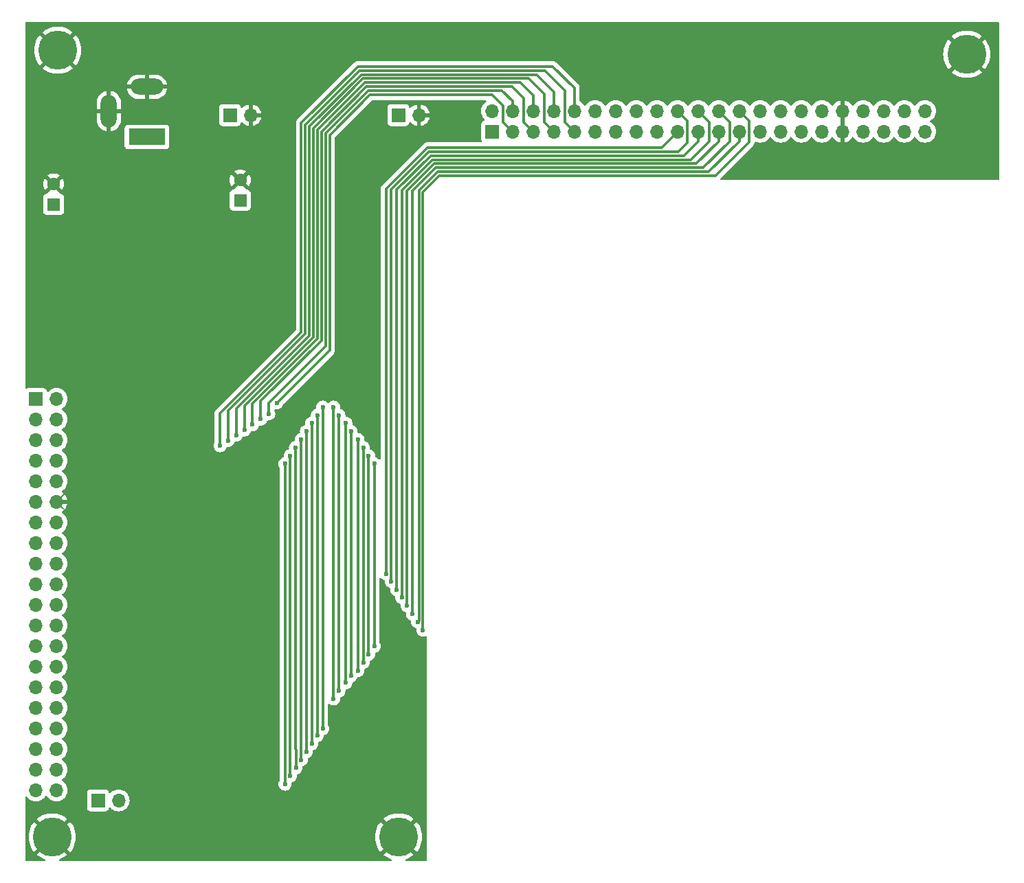
<source format=gbr>
%TF.GenerationSoftware,KiCad,Pcbnew,8.0.3-8.0.3-0~ubuntu20.04.1*%
%TF.CreationDate,2024-07-01T18:26:47+09:00*%
%TF.ProjectId,Gender_TANG25K_IO_LevelShift,47656e64-6572-45f5-9441-4e4732354b5f,rev?*%
%TF.SameCoordinates,Original*%
%TF.FileFunction,Copper,L2,Bot*%
%TF.FilePolarity,Positive*%
%FSLAX46Y46*%
G04 Gerber Fmt 4.6, Leading zero omitted, Abs format (unit mm)*
G04 Created by KiCad (PCBNEW 8.0.3-8.0.3-0~ubuntu20.04.1) date 2024-07-01 18:26:47*
%MOMM*%
%LPD*%
G01*
G04 APERTURE LIST*
%TA.AperFunction,ComponentPad*%
%ADD10R,1.700000X1.700000*%
%TD*%
%TA.AperFunction,ComponentPad*%
%ADD11O,1.700000X1.700000*%
%TD*%
%TA.AperFunction,ComponentPad*%
%ADD12C,4.800000*%
%TD*%
%TA.AperFunction,ComponentPad*%
%ADD13R,1.600000X1.600000*%
%TD*%
%TA.AperFunction,ComponentPad*%
%ADD14C,1.600000*%
%TD*%
%TA.AperFunction,ComponentPad*%
%ADD15R,4.500000X2.000000*%
%TD*%
%TA.AperFunction,ComponentPad*%
%ADD16O,4.000000X2.000000*%
%TD*%
%TA.AperFunction,ComponentPad*%
%ADD17O,2.000000X4.000000*%
%TD*%
%TA.AperFunction,ViaPad*%
%ADD18C,0.600000*%
%TD*%
%TA.AperFunction,ViaPad*%
%ADD19C,0.500000*%
%TD*%
%TA.AperFunction,Conductor*%
%ADD20C,0.300000*%
%TD*%
%TA.AperFunction,Conductor*%
%ADD21C,0.200000*%
%TD*%
G04 APERTURE END LIST*
D10*
%TO.P,J6,1,Pin_1*%
%TO.N,Net-(J6-Pin_1)*%
X83460000Y-175500000D03*
D11*
%TO.P,J6,2,Pin_2*%
%TO.N,Net-(J6-Pin_2)*%
X86000000Y-175500000D03*
%TD*%
D12*
%TO.P,TP4,1,1*%
%TO.N,GND*%
X190500000Y-83500000D03*
%TD*%
%TO.P,TP3,1,1*%
%TO.N,GND*%
X78500000Y-83000000D03*
%TD*%
D11*
%TO.P,J2,2,Pin_2*%
%TO.N,GND*%
X123000000Y-91000000D03*
D10*
%TO.P,J2,1,Pin_1*%
%TO.N,Net-(J2-Pin_1)*%
X120460000Y-91000000D03*
%TD*%
%TO.P,J5,1,Pin_1*%
%TO.N,VCCB*%
X99725000Y-91000000D03*
D11*
%TO.P,J5,2,Pin_2*%
%TO.N,GND*%
X102265000Y-91000000D03*
%TD*%
D12*
%TO.P,TP1,1,1*%
%TO.N,GND*%
X77820000Y-180000000D03*
%TD*%
D13*
%TO.P,C12,1*%
%TO.N,VCCB*%
X101000000Y-101500000D03*
D14*
%TO.P,C12,2*%
%TO.N,GND*%
X101000000Y-99000000D03*
%TD*%
D10*
%TO.P,J1,1,Pin_1*%
%TO.N,/IO_1*%
X75820000Y-126000000D03*
D11*
%TO.P,J1,2,Pin_2*%
%TO.N,/IO_2*%
X78360000Y-126000000D03*
%TO.P,J1,3,Pin_3*%
%TO.N,/IO_3*%
X75820000Y-128540000D03*
%TO.P,J1,4,Pin_4*%
%TO.N,/IO_4*%
X78360000Y-128540000D03*
%TO.P,J1,5,Pin_5*%
%TO.N,/IO_5*%
X75820000Y-131080000D03*
%TO.P,J1,6,Pin_6*%
%TO.N,/IO_6*%
X78360000Y-131080000D03*
%TO.P,J1,7,Pin_7*%
%TO.N,/IO_7*%
X75820000Y-133620000D03*
%TO.P,J1,8,Pin_8*%
%TO.N,/IO_8*%
X78360000Y-133620000D03*
%TO.P,J1,9,Pin_9*%
%TO.N,/IO_9*%
X75820000Y-136160000D03*
%TO.P,J1,10,Pin_10*%
%TO.N,/IO_10*%
X78360000Y-136160000D03*
%TO.P,J1,11,Pin_11*%
%TO.N,unconnected-(J1-Pin_11-Pad11)*%
X75820000Y-138700000D03*
%TO.P,J1,12,Pin_12*%
%TO.N,GND*%
X78360000Y-138700000D03*
%TO.P,J1,13,Pin_13*%
%TO.N,/IO_11*%
X75820000Y-141240000D03*
%TO.P,J1,14,Pin_14*%
%TO.N,/IO_12*%
X78360000Y-141240000D03*
%TO.P,J1,15,Pin_15*%
%TO.N,/IO_13*%
X75820000Y-143780000D03*
%TO.P,J1,16,Pin_16*%
%TO.N,/IO_14*%
X78360000Y-143780000D03*
%TO.P,J1,17,Pin_17*%
%TO.N,/IO_15*%
X75820000Y-146320000D03*
%TO.P,J1,18,Pin_18*%
%TO.N,/IO_16*%
X78360000Y-146320000D03*
%TO.P,J1,19,Pin_19*%
%TO.N,/IO_17*%
X75820000Y-148860000D03*
%TO.P,J1,20,Pin_20*%
%TO.N,/IO_18*%
X78360000Y-148860000D03*
%TO.P,J1,21,Pin_21*%
%TO.N,/IO_19*%
X75820000Y-151400000D03*
%TO.P,J1,22,Pin_22*%
%TO.N,/IO_20*%
X78360000Y-151400000D03*
%TO.P,J1,23,Pin_23*%
%TO.N,/IO_21*%
X75820000Y-153940000D03*
%TO.P,J1,24,Pin_24*%
%TO.N,/IO_22*%
X78360000Y-153940000D03*
%TO.P,J1,25,Pin_25*%
%TO.N,/IO_23*%
X75820000Y-156480000D03*
%TO.P,J1,26,Pin_26*%
%TO.N,/IO_24*%
X78360000Y-156480000D03*
%TO.P,J1,27,Pin_27*%
%TO.N,/IO_25*%
X75820000Y-159020000D03*
%TO.P,J1,28,Pin_28*%
%TO.N,/IO_26*%
X78360000Y-159020000D03*
%TO.P,J1,29,Pin_29*%
%TO.N,/IO_27*%
X75820000Y-161560000D03*
%TO.P,J1,30,Pin_30*%
%TO.N,/IO_28*%
X78360000Y-161560000D03*
%TO.P,J1,31,Pin_31*%
%TO.N,/IO_29*%
X75820000Y-164100000D03*
%TO.P,J1,32,Pin_32*%
%TO.N,/IO_30*%
X78360000Y-164100000D03*
%TO.P,J1,33,Pin_33*%
%TO.N,/IO_31*%
X75820000Y-166640000D03*
%TO.P,J1,34,Pin_34*%
%TO.N,/IO_32*%
X78360000Y-166640000D03*
%TO.P,J1,35,Pin_35*%
%TO.N,/IO_33*%
X75820000Y-169180000D03*
%TO.P,J1,36,Pin_36*%
%TO.N,/IO_34*%
X78360000Y-169180000D03*
%TO.P,J1,37,Pin_37*%
%TO.N,/IO_35*%
X75820000Y-171720000D03*
%TO.P,J1,38,Pin_38*%
%TO.N,/IO_36*%
X78360000Y-171720000D03*
%TO.P,J1,39,Pin_39*%
%TO.N,/IO_37*%
X75820000Y-174260000D03*
%TO.P,J1,40,Pin_40*%
%TO.N,/IO_38*%
X78360000Y-174260000D03*
%TD*%
D12*
%TO.P,TP2,1,1*%
%TO.N,GND*%
X120500000Y-180000000D03*
%TD*%
D13*
%TO.P,C15,1*%
%TO.N,VCCA*%
X78000000Y-102000000D03*
D14*
%TO.P,C15,2*%
%TO.N,GND*%
X78000000Y-99500000D03*
%TD*%
D15*
%TO.P,J3,1*%
%TO.N,Net-(U7-VI)*%
X89500000Y-93700000D03*
D16*
%TO.P,J3,2*%
%TO.N,GND*%
X89500000Y-87500000D03*
D17*
%TO.P,J3,3*%
X84800000Y-90500000D03*
%TD*%
D10*
%TO.P,J4,1,Pin_1*%
%TO.N,Net-(J2-Pin_1)*%
X132000000Y-93040000D03*
D11*
%TO.P,J4,2,Pin_2*%
X132000000Y-90500000D03*
%TO.P,J4,3,Pin_3*%
%TO.N,/DUT_1*%
X134540000Y-93040000D03*
%TO.P,J4,4,Pin_4*%
%TO.N,/DUT_2*%
X134540000Y-90500000D03*
%TO.P,J4,5,Pin_5*%
%TO.N,/DUT_3*%
X137080000Y-93040000D03*
%TO.P,J4,6,Pin_6*%
%TO.N,/DUT_4*%
X137080000Y-90500000D03*
%TO.P,J4,7,Pin_7*%
%TO.N,/DUT_5*%
X139620000Y-93040000D03*
%TO.P,J4,8,Pin_8*%
%TO.N,/DUT_6*%
X139620000Y-90500000D03*
%TO.P,J4,9,Pin_9*%
%TO.N,/DUT_7*%
X142160000Y-93040000D03*
%TO.P,J4,10,Pin_10*%
%TO.N,/DUT_8*%
X142160000Y-90500000D03*
%TO.P,J4,11,Pin_11*%
%TO.N,/DUT_9*%
X144700000Y-93040000D03*
%TO.P,J4,12,Pin_12*%
%TO.N,/DUT_10*%
X144700000Y-90500000D03*
%TO.P,J4,13,Pin_13*%
%TO.N,/DUT_11*%
X147240000Y-93040000D03*
%TO.P,J4,14,Pin_14*%
%TO.N,/DUT_12*%
X147240000Y-90500000D03*
%TO.P,J4,15,Pin_15*%
%TO.N,/DUT_13*%
X149780000Y-93040000D03*
%TO.P,J4,16,Pin_16*%
%TO.N,/DUT_14*%
X149780000Y-90500000D03*
%TO.P,J4,17,Pin_17*%
%TO.N,/DUT_15*%
X152320000Y-93040000D03*
%TO.P,J4,18,Pin_18*%
%TO.N,/DUT_16*%
X152320000Y-90500000D03*
%TO.P,J4,19,Pin_19*%
%TO.N,/DUT_17*%
X154860000Y-93040000D03*
%TO.P,J4,20,Pin_20*%
%TO.N,/DUT_18*%
X154860000Y-90500000D03*
%TO.P,J4,21,Pin_21*%
%TO.N,/DUT_19*%
X157400000Y-93040000D03*
%TO.P,J4,22,Pin_22*%
%TO.N,/DUT_20*%
X157400000Y-90500000D03*
%TO.P,J4,23,Pin_23*%
%TO.N,/DUT_21*%
X159940000Y-93040000D03*
%TO.P,J4,24,Pin_24*%
%TO.N,/DUT_22*%
X159940000Y-90500000D03*
%TO.P,J4,25,Pin_25*%
%TO.N,/DUT_23*%
X162480000Y-93040000D03*
%TO.P,J4,26,Pin_26*%
%TO.N,/DUT_24*%
X162480000Y-90500000D03*
%TO.P,J4,27,Pin_27*%
%TO.N,/DUT_25*%
X165020000Y-93040000D03*
%TO.P,J4,28,Pin_28*%
%TO.N,/DUT_26*%
X165020000Y-90500000D03*
%TO.P,J4,29,Pin_29*%
%TO.N,/DUT_27*%
X167560000Y-93040000D03*
%TO.P,J4,30,Pin_30*%
%TO.N,/DUT_28*%
X167560000Y-90500000D03*
%TO.P,J4,31,Pin_31*%
%TO.N,/DUT_29*%
X170100000Y-93040000D03*
%TO.P,J4,32,Pin_32*%
%TO.N,/DUT_30*%
X170100000Y-90500000D03*
%TO.P,J4,33,Pin_33*%
%TO.N,/DUT_31*%
X172640000Y-93040000D03*
%TO.P,J4,34,Pin_34*%
%TO.N,/DUT_32*%
X172640000Y-90500000D03*
%TO.P,J4,35,Pin_35*%
%TO.N,GND*%
X175180000Y-93040000D03*
%TO.P,J4,36,Pin_36*%
X175180000Y-90500000D03*
%TO.P,J4,37,Pin_37*%
%TO.N,/DUT_33*%
X177720000Y-93040000D03*
%TO.P,J4,38,Pin_38*%
%TO.N,/DUT_34*%
X177720000Y-90500000D03*
%TO.P,J4,39,Pin_39*%
%TO.N,/DUT_35*%
X180260000Y-93040000D03*
%TO.P,J4,40,Pin_40*%
%TO.N,/DUT_36*%
X180260000Y-90500000D03*
%TO.P,J4,41,Pin_41*%
%TO.N,/DUT_37*%
X182800000Y-93040000D03*
%TO.P,J4,42,Pin_42*%
%TO.N,/DUT_38*%
X182800000Y-90500000D03*
%TO.P,J4,43,Pin_43*%
%TO.N,/DUT_39*%
X185340000Y-93040000D03*
%TO.P,J4,44,Pin_44*%
%TO.N,/DUT_40*%
X185340000Y-90500000D03*
%TD*%
D18*
%TO.N,/DUT_40*%
X106500000Y-173500000D03*
%TO.N,/DUT_39*%
X107150000Y-172500000D03*
%TO.N,/DUT_38*%
X107850000Y-171500000D03*
%TO.N,/DUT_37*%
X108500000Y-170500000D03*
%TO.N,/DUT_36*%
X109150000Y-169500000D03*
%TO.N,/DUT_35*%
X109800000Y-168500000D03*
%TO.N,/DUT_34*%
X110500000Y-167500000D03*
%TO.N,/DUT_33*%
X111150000Y-166650000D03*
%TO.N,/DUT_32*%
X112500000Y-163000000D03*
%TO.N,/DUT_31*%
X113150000Y-162000000D03*
%TO.N,/DUT_30*%
X114000000Y-161000000D03*
%TO.N,/DUT_29*%
X114650000Y-160150000D03*
%TO.N,/DUT_28*%
X115500000Y-159500000D03*
%TO.N,/DUT_27*%
X116150000Y-158500000D03*
%TO.N,/DUT_26*%
X116800000Y-157500000D03*
%TO.N,/DUT_25*%
X117500000Y-156500000D03*
%TO.N,/DUT_33*%
X111150000Y-127000000D03*
%TO.N,/DUT_38*%
X107800000Y-132000000D03*
%TO.N,/DUT_39*%
X107150000Y-133000000D03*
%TO.N,/DUT_40*%
X106500000Y-134000000D03*
%TO.N,/DUT_37*%
X108500000Y-131000000D03*
%TO.N,/DUT_36*%
X109150000Y-130000000D03*
%TO.N,/DUT_35*%
X109800000Y-129000000D03*
%TO.N,/DUT_34*%
X110500000Y-128000000D03*
%TO.N,/DUT_32*%
X112500000Y-127000000D03*
%TO.N,/DUT_31*%
X113150000Y-128000000D03*
%TO.N,/DUT_30*%
X114000000Y-129000000D03*
%TO.N,/DUT_29*%
X114650000Y-130000000D03*
%TO.N,/DUT_28*%
X115500000Y-131000000D03*
%TO.N,/DUT_27*%
X116150000Y-132000000D03*
%TO.N,/DUT_26*%
X116800000Y-133000000D03*
%TO.N,/DUT_25*%
X117500000Y-134000000D03*
%TO.N,/DUT_24*%
X123500000Y-154500000D03*
%TO.N,/DUT_23*%
X122850000Y-153500000D03*
%TO.N,/DUT_22*%
X122200000Y-152500000D03*
%TO.N,/DUT_21*%
X121550000Y-151500000D03*
%TO.N,/DUT_19*%
X120250000Y-149525000D03*
%TO.N,/DUT_18*%
X119600000Y-148500000D03*
%TO.N,/DUT_17*%
X118950000Y-147575000D03*
%TO.N,/DUT_8*%
X98500000Y-131775000D03*
%TO.N,/DUT_7*%
X99500000Y-131125000D03*
%TO.N,/DUT_6*%
X100500000Y-130475000D03*
%TO.N,/DUT_5*%
X101500000Y-129825000D03*
%TO.N,/DUT_4*%
X102500000Y-129175000D03*
%TO.N,/DUT_3*%
X103500000Y-128500000D03*
%TO.N,/DUT_2*%
X104500000Y-127850000D03*
%TO.N,/DUT_1*%
X105500000Y-126500000D03*
D19*
%TO.N,GND*%
X93320000Y-137500000D03*
X82820000Y-181000000D03*
X93320000Y-158500000D03*
X84320000Y-156500000D03*
X102820000Y-181000000D03*
X93320000Y-170000000D03*
X87500000Y-117500000D03*
X93320000Y-148000000D03*
X101820000Y-155500000D03*
X101320000Y-135500000D03*
X93320000Y-181000000D03*
X83820000Y-166500000D03*
X93320000Y-127000000D03*
X83820000Y-145000000D03*
X101820000Y-166500000D03*
X83320000Y-134500000D03*
X101820000Y-145000000D03*
X90500000Y-104500000D03*
D18*
%TO.N,/DUT_20*%
X120900000Y-150500000D03*
%TD*%
D20*
%TO.N,/DUT_24*%
X123500000Y-154500000D02*
X123500000Y-100500000D01*
X163680000Y-94320000D02*
X163680000Y-91700000D01*
X123500000Y-100500000D02*
X125500000Y-98500000D01*
X163680000Y-91700000D02*
X162480000Y-90500000D01*
X125500000Y-98500000D02*
X159500000Y-98500000D01*
X159500000Y-98500000D02*
X163680000Y-94320000D01*
%TO.N,/DUT_23*%
X122850000Y-153500000D02*
X123000000Y-153350000D01*
X123000000Y-100292894D02*
X125292894Y-98000000D01*
X123000000Y-153350000D02*
X123000000Y-100292894D01*
X125292894Y-98000000D02*
X158722081Y-98000000D01*
X158722081Y-98000000D02*
X162480000Y-94242081D01*
X162480000Y-94242081D02*
X162480000Y-93040000D01*
%TO.N,/DUT_22*%
X122200000Y-152500000D02*
X122200000Y-100385787D01*
X122200000Y-100385787D02*
X125085787Y-97500000D01*
X125085787Y-97500000D02*
X158000000Y-97500000D01*
X158000000Y-97500000D02*
X161280000Y-94220000D01*
X161280000Y-94220000D02*
X161280000Y-91840000D01*
X161280000Y-91840000D02*
X159940000Y-90500000D01*
%TO.N,/DUT_21*%
X121550000Y-151500000D02*
X121550000Y-100328680D01*
X121550000Y-100328680D02*
X124878680Y-97000000D01*
X124878680Y-97000000D02*
X157182081Y-97000000D01*
X157182081Y-97000000D02*
X159940000Y-94242081D01*
X159940000Y-94242081D02*
X159940000Y-93040000D01*
%TO.N,/DUT_20*%
X120900000Y-150500000D02*
X120900000Y-100271573D01*
X120900000Y-100271573D02*
X124671573Y-96500000D01*
X124671573Y-96500000D02*
X156500000Y-96500000D01*
X156500000Y-96500000D02*
X158740000Y-94260000D01*
X158740000Y-94260000D02*
X158740000Y-91840000D01*
X158740000Y-91840000D02*
X157400000Y-90500000D01*
%TO.N,/DUT_19*%
X120250000Y-149525000D02*
X120250000Y-100214466D01*
X120250000Y-100214466D02*
X124464466Y-96000000D01*
X124464466Y-96000000D02*
X155642081Y-96000000D01*
X157400000Y-94242081D02*
X157400000Y-93040000D01*
X155642081Y-96000000D02*
X157400000Y-94242081D01*
%TO.N,/DUT_18*%
X119600000Y-148500000D02*
X119600000Y-100157359D01*
X119600000Y-100157359D02*
X124257359Y-95500000D01*
X124257359Y-95500000D02*
X155000000Y-95500000D01*
X155000000Y-95500000D02*
X156060000Y-94440000D01*
X156060000Y-94440000D02*
X156060000Y-91700000D01*
X156060000Y-91700000D02*
X154860000Y-90500000D01*
%TO.N,/DUT_17*%
X118950000Y-147575000D02*
X118950000Y-100100252D01*
X152900000Y-95000000D02*
X154860000Y-93040000D01*
X118950000Y-100100252D02*
X124050252Y-95000000D01*
X124050252Y-95000000D02*
X152900000Y-95000000D01*
%TO.N,/DUT_1*%
X134540000Y-93040000D02*
X133340000Y-91840000D01*
X133340000Y-91840000D02*
X133340000Y-89840000D01*
X133340000Y-89840000D02*
X132000000Y-88500000D01*
X132000000Y-88500000D02*
X116949742Y-88500000D01*
X116949742Y-88500000D02*
X112000000Y-93449742D01*
X112000000Y-93449742D02*
X112000000Y-120000000D01*
X112000000Y-120000000D02*
X105500000Y-126500000D01*
%TO.N,/DUT_2*%
X134540000Y-90500000D02*
X134540000Y-89297919D01*
X134540000Y-89297919D02*
X133242081Y-88000000D01*
X133242081Y-88000000D02*
X116742636Y-88000000D01*
X116742636Y-88000000D02*
X111500000Y-93242636D01*
X111500000Y-93242636D02*
X111500000Y-119500000D01*
X111500000Y-119500000D02*
X104500000Y-126500000D01*
X104500000Y-126500000D02*
X104500000Y-127850000D01*
%TO.N,/DUT_3*%
X137080000Y-93040000D02*
X135880000Y-91840000D01*
X103500000Y-126292894D02*
X103500000Y-128500000D01*
X135880000Y-91840000D02*
X135880000Y-88880000D01*
X135880000Y-88880000D02*
X134500000Y-87500000D01*
X134500000Y-87500000D02*
X116535530Y-87500000D01*
X116535530Y-87500000D02*
X111000000Y-93035530D01*
X111000000Y-93035530D02*
X111000000Y-118792894D01*
X111000000Y-118792894D02*
X103500000Y-126292894D01*
%TO.N,/DUT_4*%
X137080000Y-90500000D02*
X137080000Y-88580000D01*
X137080000Y-88580000D02*
X135500000Y-87000000D01*
X116328424Y-87000000D02*
X110500000Y-92828424D01*
X135500000Y-87000000D02*
X116328424Y-87000000D01*
X110500000Y-92828424D02*
X110500000Y-118585788D01*
X102500000Y-126585788D02*
X102500000Y-129175000D01*
X110500000Y-118585788D02*
X102500000Y-126585788D01*
%TO.N,/DUT_5*%
X139620000Y-93040000D02*
X138420000Y-91840000D01*
X138420000Y-91840000D02*
X138420000Y-88420000D01*
X138420000Y-88420000D02*
X136500000Y-86500000D01*
X136500000Y-86500000D02*
X116121318Y-86500000D01*
X116121318Y-86500000D02*
X110000000Y-92621318D01*
X110000000Y-92621318D02*
X110000000Y-118378682D01*
X110000000Y-118378682D02*
X101500000Y-126878682D01*
X101500000Y-126878682D02*
X101500000Y-129825000D01*
%TO.N,/DUT_6*%
X139620000Y-90500000D02*
X139620000Y-88120000D01*
X139620000Y-88120000D02*
X137500000Y-86000000D01*
X137500000Y-86000000D02*
X115914212Y-86000000D01*
X115914212Y-86000000D02*
X109500000Y-92414212D01*
X109500000Y-92414212D02*
X109500000Y-118171576D01*
X109500000Y-118171576D02*
X100500000Y-127171576D01*
X100500000Y-127171576D02*
X100500000Y-130475000D01*
%TO.N,/DUT_7*%
X142160000Y-93040000D02*
X140960000Y-91840000D01*
X140960000Y-91840000D02*
X140960000Y-87960000D01*
X140960000Y-87960000D02*
X138500000Y-85500000D01*
X138500000Y-85500000D02*
X115707106Y-85500000D01*
X115707106Y-85500000D02*
X109000000Y-92207106D01*
X109000000Y-92207106D02*
X109000000Y-117964470D01*
X109000000Y-117964470D02*
X99500000Y-127464470D01*
X99500000Y-127464470D02*
X99500000Y-131125000D01*
%TO.N,/DUT_8*%
X142160000Y-90500000D02*
X142160000Y-87660000D01*
X142160000Y-87660000D02*
X139500000Y-85000000D01*
X139500000Y-85000000D02*
X115500000Y-85000000D01*
X115500000Y-85000000D02*
X108500000Y-92000000D01*
X108500000Y-117757364D02*
X98500000Y-127757364D01*
X108500000Y-92000000D02*
X108500000Y-117757364D01*
X98500000Y-127757364D02*
X98500000Y-131775000D01*
%TO.N,/DUT_40*%
X106500000Y-173500000D02*
X106500000Y-134000000D01*
%TO.N,/DUT_39*%
X107150000Y-172500000D02*
X107150000Y-133000000D01*
%TO.N,/DUT_38*%
X107850000Y-171500000D02*
X107850000Y-169250000D01*
X107850000Y-169250000D02*
X107800000Y-169200000D01*
X107800000Y-169200000D02*
X107800000Y-132000000D01*
%TO.N,/DUT_36*%
X109150000Y-169500000D02*
X109150000Y-130000000D01*
%TO.N,/DUT_37*%
X108500000Y-170500000D02*
X108500000Y-131000000D01*
%TO.N,/DUT_35*%
X109800000Y-168500000D02*
X109800000Y-129000000D01*
%TO.N,/DUT_34*%
X110500000Y-128000000D02*
X110500000Y-167500000D01*
%TO.N,/DUT_33*%
X111150000Y-166650000D02*
X111150000Y-127000000D01*
%TO.N,/DUT_32*%
X112500000Y-127000000D02*
X112500000Y-163000000D01*
%TO.N,/DUT_31*%
X113150000Y-162000000D02*
X113150000Y-128000000D01*
%TO.N,/DUT_30*%
X114000000Y-161000000D02*
X114000000Y-129000000D01*
%TO.N,/DUT_29*%
X114650000Y-160150000D02*
X114650000Y-130000000D01*
%TO.N,/DUT_25*%
X117500000Y-134000000D02*
X117500000Y-156500000D01*
%TO.N,/DUT_28*%
X115500000Y-131000000D02*
X115500000Y-159500000D01*
%TO.N,/DUT_27*%
X116150000Y-158500000D02*
X116150000Y-132000000D01*
%TO.N,/DUT_26*%
X116800000Y-157500000D02*
X116800000Y-133000000D01*
D21*
%TO.N,GND*%
X80060000Y-137000000D02*
X82320000Y-137000000D01*
X83320000Y-136000000D02*
X83320000Y-134500000D01*
X78360000Y-138700000D02*
X80060000Y-137000000D01*
X82320000Y-137000000D02*
X83320000Y-136000000D01*
X80160000Y-140500000D02*
X82820000Y-140500000D01*
X78360000Y-138700000D02*
X80160000Y-140500000D01*
%TD*%
%TA.AperFunction,Conductor*%
%TO.N,GND*%
G36*
X194442539Y-79520185D02*
G01*
X194488294Y-79572989D01*
X194499500Y-79624500D01*
X194499500Y-98875500D01*
X194479815Y-98942539D01*
X194427011Y-98988294D01*
X194375500Y-98999500D01*
X160219808Y-98999500D01*
X160152769Y-98979815D01*
X160107014Y-98927011D01*
X160097070Y-98857853D01*
X160126095Y-98794297D01*
X160132127Y-98787819D01*
X164185273Y-94734673D01*
X164185277Y-94734669D01*
X164256465Y-94628127D01*
X164305501Y-94509743D01*
X164322650Y-94423535D01*
X164330500Y-94384069D01*
X164330500Y-94384064D01*
X164331616Y-94378454D01*
X164364001Y-94316543D01*
X164424716Y-94281968D01*
X164494486Y-94285707D01*
X164505637Y-94290261D01*
X164556337Y-94313903D01*
X164556343Y-94313904D01*
X164556344Y-94313905D01*
X164611285Y-94328626D01*
X164784592Y-94375063D01*
X164972918Y-94391539D01*
X165019999Y-94395659D01*
X165020000Y-94395659D01*
X165020001Y-94395659D01*
X165059234Y-94392226D01*
X165255408Y-94375063D01*
X165483663Y-94313903D01*
X165697830Y-94214035D01*
X165891401Y-94078495D01*
X166058495Y-93911401D01*
X166188425Y-93725842D01*
X166243002Y-93682217D01*
X166312500Y-93675023D01*
X166374855Y-93706546D01*
X166391575Y-93725842D01*
X166521500Y-93911395D01*
X166521505Y-93911401D01*
X166688599Y-94078495D01*
X166765485Y-94132331D01*
X166882165Y-94214032D01*
X166882167Y-94214033D01*
X166882170Y-94214035D01*
X167096337Y-94313903D01*
X167096343Y-94313904D01*
X167096344Y-94313905D01*
X167151285Y-94328626D01*
X167324592Y-94375063D01*
X167512918Y-94391539D01*
X167559999Y-94395659D01*
X167560000Y-94395659D01*
X167560001Y-94395659D01*
X167599234Y-94392226D01*
X167795408Y-94375063D01*
X168023663Y-94313903D01*
X168237830Y-94214035D01*
X168431401Y-94078495D01*
X168598495Y-93911401D01*
X168728425Y-93725842D01*
X168783002Y-93682217D01*
X168852500Y-93675023D01*
X168914855Y-93706546D01*
X168931575Y-93725842D01*
X169061500Y-93911395D01*
X169061505Y-93911401D01*
X169228599Y-94078495D01*
X169305485Y-94132331D01*
X169422165Y-94214032D01*
X169422167Y-94214033D01*
X169422170Y-94214035D01*
X169636337Y-94313903D01*
X169636343Y-94313904D01*
X169636344Y-94313905D01*
X169691285Y-94328626D01*
X169864592Y-94375063D01*
X170052918Y-94391539D01*
X170099999Y-94395659D01*
X170100000Y-94395659D01*
X170100001Y-94395659D01*
X170139234Y-94392226D01*
X170335408Y-94375063D01*
X170563663Y-94313903D01*
X170777830Y-94214035D01*
X170971401Y-94078495D01*
X171138495Y-93911401D01*
X171268425Y-93725842D01*
X171323002Y-93682217D01*
X171392500Y-93675023D01*
X171454855Y-93706546D01*
X171471575Y-93725842D01*
X171601500Y-93911395D01*
X171601505Y-93911401D01*
X171768599Y-94078495D01*
X171845485Y-94132331D01*
X171962165Y-94214032D01*
X171962167Y-94214033D01*
X171962170Y-94214035D01*
X172176337Y-94313903D01*
X172176343Y-94313904D01*
X172176344Y-94313905D01*
X172231285Y-94328626D01*
X172404592Y-94375063D01*
X172592918Y-94391539D01*
X172639999Y-94395659D01*
X172640000Y-94395659D01*
X172640001Y-94395659D01*
X172679234Y-94392226D01*
X172875408Y-94375063D01*
X173103663Y-94313903D01*
X173317830Y-94214035D01*
X173511401Y-94078495D01*
X173678495Y-93911401D01*
X173808730Y-93725405D01*
X173863307Y-93681781D01*
X173932805Y-93674587D01*
X173995160Y-93706110D01*
X174011879Y-93725405D01*
X174141890Y-93911078D01*
X174308917Y-94078105D01*
X174502421Y-94213600D01*
X174716507Y-94313429D01*
X174716516Y-94313433D01*
X174930000Y-94370634D01*
X174930000Y-93473012D01*
X174987007Y-93505925D01*
X175114174Y-93540000D01*
X175245826Y-93540000D01*
X175372993Y-93505925D01*
X175430000Y-93473012D01*
X175430000Y-94370633D01*
X175643483Y-94313433D01*
X175643492Y-94313429D01*
X175857578Y-94213600D01*
X176051082Y-94078105D01*
X176218105Y-93911082D01*
X176348119Y-93725405D01*
X176402696Y-93681781D01*
X176472195Y-93674588D01*
X176534549Y-93706110D01*
X176551269Y-93725405D01*
X176681505Y-93911401D01*
X176848599Y-94078495D01*
X176925485Y-94132331D01*
X177042165Y-94214032D01*
X177042167Y-94214033D01*
X177042170Y-94214035D01*
X177256337Y-94313903D01*
X177256343Y-94313904D01*
X177256344Y-94313905D01*
X177311285Y-94328626D01*
X177484592Y-94375063D01*
X177672918Y-94391539D01*
X177719999Y-94395659D01*
X177720000Y-94395659D01*
X177720001Y-94395659D01*
X177759234Y-94392226D01*
X177955408Y-94375063D01*
X178183663Y-94313903D01*
X178397830Y-94214035D01*
X178591401Y-94078495D01*
X178758495Y-93911401D01*
X178888425Y-93725842D01*
X178943002Y-93682217D01*
X179012500Y-93675023D01*
X179074855Y-93706546D01*
X179091575Y-93725842D01*
X179221500Y-93911395D01*
X179221505Y-93911401D01*
X179388599Y-94078495D01*
X179465485Y-94132331D01*
X179582165Y-94214032D01*
X179582167Y-94214033D01*
X179582170Y-94214035D01*
X179796337Y-94313903D01*
X179796343Y-94313904D01*
X179796344Y-94313905D01*
X179851285Y-94328626D01*
X180024592Y-94375063D01*
X180212918Y-94391539D01*
X180259999Y-94395659D01*
X180260000Y-94395659D01*
X180260001Y-94395659D01*
X180299234Y-94392226D01*
X180495408Y-94375063D01*
X180723663Y-94313903D01*
X180937830Y-94214035D01*
X181131401Y-94078495D01*
X181298495Y-93911401D01*
X181428425Y-93725842D01*
X181483002Y-93682217D01*
X181552500Y-93675023D01*
X181614855Y-93706546D01*
X181631575Y-93725842D01*
X181761500Y-93911395D01*
X181761505Y-93911401D01*
X181928599Y-94078495D01*
X182005485Y-94132331D01*
X182122165Y-94214032D01*
X182122167Y-94214033D01*
X182122170Y-94214035D01*
X182336337Y-94313903D01*
X182336343Y-94313904D01*
X182336344Y-94313905D01*
X182391285Y-94328626D01*
X182564592Y-94375063D01*
X182752918Y-94391539D01*
X182799999Y-94395659D01*
X182800000Y-94395659D01*
X182800001Y-94395659D01*
X182839234Y-94392226D01*
X183035408Y-94375063D01*
X183263663Y-94313903D01*
X183477830Y-94214035D01*
X183671401Y-94078495D01*
X183838495Y-93911401D01*
X183968425Y-93725842D01*
X184023002Y-93682217D01*
X184092500Y-93675023D01*
X184154855Y-93706546D01*
X184171575Y-93725842D01*
X184301500Y-93911395D01*
X184301505Y-93911401D01*
X184468599Y-94078495D01*
X184545485Y-94132331D01*
X184662165Y-94214032D01*
X184662167Y-94214033D01*
X184662170Y-94214035D01*
X184876337Y-94313903D01*
X184876343Y-94313904D01*
X184876344Y-94313905D01*
X184931285Y-94328626D01*
X185104592Y-94375063D01*
X185292918Y-94391539D01*
X185339999Y-94395659D01*
X185340000Y-94395659D01*
X185340001Y-94395659D01*
X185379234Y-94392226D01*
X185575408Y-94375063D01*
X185803663Y-94313903D01*
X186017830Y-94214035D01*
X186211401Y-94078495D01*
X186378495Y-93911401D01*
X186514035Y-93717830D01*
X186613903Y-93503663D01*
X186675063Y-93275408D01*
X186695659Y-93040000D01*
X186675063Y-92804592D01*
X186613903Y-92576337D01*
X186514035Y-92362171D01*
X186508731Y-92354595D01*
X186378494Y-92168597D01*
X186211402Y-92001506D01*
X186211396Y-92001501D01*
X186025842Y-91871575D01*
X185982217Y-91816998D01*
X185975023Y-91747500D01*
X186006546Y-91685145D01*
X186025842Y-91668425D01*
X186172368Y-91565826D01*
X186211401Y-91538495D01*
X186378495Y-91371401D01*
X186514035Y-91177830D01*
X186613903Y-90963663D01*
X186675063Y-90735408D01*
X186695659Y-90500000D01*
X186675063Y-90264592D01*
X186613903Y-90036337D01*
X186514035Y-89822171D01*
X186508731Y-89814595D01*
X186378494Y-89628597D01*
X186211402Y-89461506D01*
X186211395Y-89461501D01*
X186017834Y-89325967D01*
X186017830Y-89325965D01*
X185990498Y-89313220D01*
X185803663Y-89226097D01*
X185803659Y-89226096D01*
X185803655Y-89226094D01*
X185575413Y-89164938D01*
X185575403Y-89164936D01*
X185340001Y-89144341D01*
X185339999Y-89144341D01*
X185104596Y-89164936D01*
X185104586Y-89164938D01*
X184876344Y-89226094D01*
X184876335Y-89226098D01*
X184662171Y-89325964D01*
X184662169Y-89325965D01*
X184468597Y-89461505D01*
X184301505Y-89628597D01*
X184171575Y-89814158D01*
X184116998Y-89857783D01*
X184047500Y-89864977D01*
X183985145Y-89833454D01*
X183968425Y-89814158D01*
X183838494Y-89628597D01*
X183671402Y-89461506D01*
X183671395Y-89461501D01*
X183477834Y-89325967D01*
X183477830Y-89325965D01*
X183450498Y-89313220D01*
X183263663Y-89226097D01*
X183263659Y-89226096D01*
X183263655Y-89226094D01*
X183035413Y-89164938D01*
X183035403Y-89164936D01*
X182800001Y-89144341D01*
X182799999Y-89144341D01*
X182564596Y-89164936D01*
X182564586Y-89164938D01*
X182336344Y-89226094D01*
X182336335Y-89226098D01*
X182122171Y-89325964D01*
X182122169Y-89325965D01*
X181928597Y-89461505D01*
X181761505Y-89628597D01*
X181631575Y-89814158D01*
X181576998Y-89857783D01*
X181507500Y-89864977D01*
X181445145Y-89833454D01*
X181428425Y-89814158D01*
X181298494Y-89628597D01*
X181131402Y-89461506D01*
X181131395Y-89461501D01*
X180937834Y-89325967D01*
X180937830Y-89325965D01*
X180910498Y-89313220D01*
X180723663Y-89226097D01*
X180723659Y-89226096D01*
X180723655Y-89226094D01*
X180495413Y-89164938D01*
X180495403Y-89164936D01*
X180260001Y-89144341D01*
X180259999Y-89144341D01*
X180024596Y-89164936D01*
X180024586Y-89164938D01*
X179796344Y-89226094D01*
X179796335Y-89226098D01*
X179582171Y-89325964D01*
X179582169Y-89325965D01*
X179388597Y-89461505D01*
X179221505Y-89628597D01*
X179091575Y-89814158D01*
X179036998Y-89857783D01*
X178967500Y-89864977D01*
X178905145Y-89833454D01*
X178888425Y-89814158D01*
X178758494Y-89628597D01*
X178591402Y-89461506D01*
X178591395Y-89461501D01*
X178397834Y-89325967D01*
X178397830Y-89325965D01*
X178370498Y-89313220D01*
X178183663Y-89226097D01*
X178183659Y-89226096D01*
X178183655Y-89226094D01*
X177955413Y-89164938D01*
X177955403Y-89164936D01*
X177720001Y-89144341D01*
X177719999Y-89144341D01*
X177484596Y-89164936D01*
X177484586Y-89164938D01*
X177256344Y-89226094D01*
X177256335Y-89226098D01*
X177042171Y-89325964D01*
X177042169Y-89325965D01*
X176848597Y-89461505D01*
X176681508Y-89628594D01*
X176551269Y-89814595D01*
X176496692Y-89858219D01*
X176427193Y-89865412D01*
X176364839Y-89833890D01*
X176348119Y-89814594D01*
X176218113Y-89628926D01*
X176218108Y-89628920D01*
X176051082Y-89461894D01*
X175857578Y-89326399D01*
X175643492Y-89226570D01*
X175643486Y-89226567D01*
X175430000Y-89169364D01*
X175430000Y-90066988D01*
X175372993Y-90034075D01*
X175245826Y-90000000D01*
X175114174Y-90000000D01*
X174987007Y-90034075D01*
X174930000Y-90066988D01*
X174930000Y-89169364D01*
X174929999Y-89169364D01*
X174716513Y-89226567D01*
X174716507Y-89226570D01*
X174502422Y-89326399D01*
X174502420Y-89326400D01*
X174308926Y-89461886D01*
X174308920Y-89461891D01*
X174141891Y-89628920D01*
X174141890Y-89628922D01*
X174011880Y-89814595D01*
X173957303Y-89858219D01*
X173887804Y-89865412D01*
X173825450Y-89833890D01*
X173808730Y-89814594D01*
X173678494Y-89628597D01*
X173511402Y-89461506D01*
X173511395Y-89461501D01*
X173317834Y-89325967D01*
X173317830Y-89325965D01*
X173290498Y-89313220D01*
X173103663Y-89226097D01*
X173103659Y-89226096D01*
X173103655Y-89226094D01*
X172875413Y-89164938D01*
X172875403Y-89164936D01*
X172640001Y-89144341D01*
X172639999Y-89144341D01*
X172404596Y-89164936D01*
X172404586Y-89164938D01*
X172176344Y-89226094D01*
X172176335Y-89226098D01*
X171962171Y-89325964D01*
X171962169Y-89325965D01*
X171768597Y-89461505D01*
X171601505Y-89628597D01*
X171471575Y-89814158D01*
X171416998Y-89857783D01*
X171347500Y-89864977D01*
X171285145Y-89833454D01*
X171268425Y-89814158D01*
X171138494Y-89628597D01*
X170971402Y-89461506D01*
X170971395Y-89461501D01*
X170777834Y-89325967D01*
X170777830Y-89325965D01*
X170750498Y-89313220D01*
X170563663Y-89226097D01*
X170563659Y-89226096D01*
X170563655Y-89226094D01*
X170335413Y-89164938D01*
X170335403Y-89164936D01*
X170100001Y-89144341D01*
X170099999Y-89144341D01*
X169864596Y-89164936D01*
X169864586Y-89164938D01*
X169636344Y-89226094D01*
X169636335Y-89226098D01*
X169422171Y-89325964D01*
X169422169Y-89325965D01*
X169228597Y-89461505D01*
X169061505Y-89628597D01*
X168931575Y-89814158D01*
X168876998Y-89857783D01*
X168807500Y-89864977D01*
X168745145Y-89833454D01*
X168728425Y-89814158D01*
X168598494Y-89628597D01*
X168431402Y-89461506D01*
X168431395Y-89461501D01*
X168237834Y-89325967D01*
X168237830Y-89325965D01*
X168210498Y-89313220D01*
X168023663Y-89226097D01*
X168023659Y-89226096D01*
X168023655Y-89226094D01*
X167795413Y-89164938D01*
X167795403Y-89164936D01*
X167560001Y-89144341D01*
X167559999Y-89144341D01*
X167324596Y-89164936D01*
X167324586Y-89164938D01*
X167096344Y-89226094D01*
X167096335Y-89226098D01*
X166882171Y-89325964D01*
X166882169Y-89325965D01*
X166688597Y-89461505D01*
X166521505Y-89628597D01*
X166391575Y-89814158D01*
X166336998Y-89857783D01*
X166267500Y-89864977D01*
X166205145Y-89833454D01*
X166188425Y-89814158D01*
X166058494Y-89628597D01*
X165891402Y-89461506D01*
X165891395Y-89461501D01*
X165697834Y-89325967D01*
X165697830Y-89325965D01*
X165670498Y-89313220D01*
X165483663Y-89226097D01*
X165483659Y-89226096D01*
X165483655Y-89226094D01*
X165255413Y-89164938D01*
X165255403Y-89164936D01*
X165020001Y-89144341D01*
X165019999Y-89144341D01*
X164784596Y-89164936D01*
X164784586Y-89164938D01*
X164556344Y-89226094D01*
X164556335Y-89226098D01*
X164342171Y-89325964D01*
X164342169Y-89325965D01*
X164148597Y-89461505D01*
X163981505Y-89628597D01*
X163851575Y-89814158D01*
X163796998Y-89857783D01*
X163727500Y-89864977D01*
X163665145Y-89833454D01*
X163648425Y-89814158D01*
X163518494Y-89628597D01*
X163351402Y-89461506D01*
X163351395Y-89461501D01*
X163157834Y-89325967D01*
X163157830Y-89325965D01*
X163130498Y-89313220D01*
X162943663Y-89226097D01*
X162943659Y-89226096D01*
X162943655Y-89226094D01*
X162715413Y-89164938D01*
X162715403Y-89164936D01*
X162480001Y-89144341D01*
X162479999Y-89144341D01*
X162244596Y-89164936D01*
X162244586Y-89164938D01*
X162016344Y-89226094D01*
X162016335Y-89226098D01*
X161802171Y-89325964D01*
X161802169Y-89325965D01*
X161608597Y-89461505D01*
X161441505Y-89628597D01*
X161311575Y-89814158D01*
X161256998Y-89857783D01*
X161187500Y-89864977D01*
X161125145Y-89833454D01*
X161108425Y-89814158D01*
X160978494Y-89628597D01*
X160811402Y-89461506D01*
X160811395Y-89461501D01*
X160617834Y-89325967D01*
X160617830Y-89325965D01*
X160590498Y-89313220D01*
X160403663Y-89226097D01*
X160403659Y-89226096D01*
X160403655Y-89226094D01*
X160175413Y-89164938D01*
X160175403Y-89164936D01*
X159940001Y-89144341D01*
X159939999Y-89144341D01*
X159704596Y-89164936D01*
X159704586Y-89164938D01*
X159476344Y-89226094D01*
X159476335Y-89226098D01*
X159262171Y-89325964D01*
X159262169Y-89325965D01*
X159068597Y-89461505D01*
X158901505Y-89628597D01*
X158771575Y-89814158D01*
X158716998Y-89857783D01*
X158647500Y-89864977D01*
X158585145Y-89833454D01*
X158568425Y-89814158D01*
X158438494Y-89628597D01*
X158271402Y-89461506D01*
X158271395Y-89461501D01*
X158077834Y-89325967D01*
X158077830Y-89325965D01*
X158050498Y-89313220D01*
X157863663Y-89226097D01*
X157863659Y-89226096D01*
X157863655Y-89226094D01*
X157635413Y-89164938D01*
X157635403Y-89164936D01*
X157400001Y-89144341D01*
X157399999Y-89144341D01*
X157164596Y-89164936D01*
X157164586Y-89164938D01*
X156936344Y-89226094D01*
X156936335Y-89226098D01*
X156722171Y-89325964D01*
X156722169Y-89325965D01*
X156528597Y-89461505D01*
X156361505Y-89628597D01*
X156231575Y-89814158D01*
X156176998Y-89857783D01*
X156107500Y-89864977D01*
X156045145Y-89833454D01*
X156028425Y-89814158D01*
X155898494Y-89628597D01*
X155731402Y-89461506D01*
X155731395Y-89461501D01*
X155537834Y-89325967D01*
X155537830Y-89325965D01*
X155510498Y-89313220D01*
X155323663Y-89226097D01*
X155323659Y-89226096D01*
X155323655Y-89226094D01*
X155095413Y-89164938D01*
X155095403Y-89164936D01*
X154860001Y-89144341D01*
X154859999Y-89144341D01*
X154624596Y-89164936D01*
X154624586Y-89164938D01*
X154396344Y-89226094D01*
X154396335Y-89226098D01*
X154182171Y-89325964D01*
X154182169Y-89325965D01*
X153988597Y-89461505D01*
X153821505Y-89628597D01*
X153691575Y-89814158D01*
X153636998Y-89857783D01*
X153567500Y-89864977D01*
X153505145Y-89833454D01*
X153488425Y-89814158D01*
X153358494Y-89628597D01*
X153191402Y-89461506D01*
X153191395Y-89461501D01*
X152997834Y-89325967D01*
X152997830Y-89325965D01*
X152970498Y-89313220D01*
X152783663Y-89226097D01*
X152783659Y-89226096D01*
X152783655Y-89226094D01*
X152555413Y-89164938D01*
X152555403Y-89164936D01*
X152320001Y-89144341D01*
X152319999Y-89144341D01*
X152084596Y-89164936D01*
X152084586Y-89164938D01*
X151856344Y-89226094D01*
X151856335Y-89226098D01*
X151642171Y-89325964D01*
X151642169Y-89325965D01*
X151448597Y-89461505D01*
X151281505Y-89628597D01*
X151151575Y-89814158D01*
X151096998Y-89857783D01*
X151027500Y-89864977D01*
X150965145Y-89833454D01*
X150948425Y-89814158D01*
X150818494Y-89628597D01*
X150651402Y-89461506D01*
X150651395Y-89461501D01*
X150457834Y-89325967D01*
X150457830Y-89325965D01*
X150430498Y-89313220D01*
X150243663Y-89226097D01*
X150243659Y-89226096D01*
X150243655Y-89226094D01*
X150015413Y-89164938D01*
X150015403Y-89164936D01*
X149780001Y-89144341D01*
X149779999Y-89144341D01*
X149544596Y-89164936D01*
X149544586Y-89164938D01*
X149316344Y-89226094D01*
X149316335Y-89226098D01*
X149102171Y-89325964D01*
X149102169Y-89325965D01*
X148908597Y-89461505D01*
X148741505Y-89628597D01*
X148611575Y-89814158D01*
X148556998Y-89857783D01*
X148487500Y-89864977D01*
X148425145Y-89833454D01*
X148408425Y-89814158D01*
X148278494Y-89628597D01*
X148111402Y-89461506D01*
X148111395Y-89461501D01*
X147917834Y-89325967D01*
X147917830Y-89325965D01*
X147890498Y-89313220D01*
X147703663Y-89226097D01*
X147703659Y-89226096D01*
X147703655Y-89226094D01*
X147475413Y-89164938D01*
X147475403Y-89164936D01*
X147240001Y-89144341D01*
X147239999Y-89144341D01*
X147004596Y-89164936D01*
X147004586Y-89164938D01*
X146776344Y-89226094D01*
X146776335Y-89226098D01*
X146562171Y-89325964D01*
X146562169Y-89325965D01*
X146368597Y-89461505D01*
X146201505Y-89628597D01*
X146071575Y-89814158D01*
X146016998Y-89857783D01*
X145947500Y-89864977D01*
X145885145Y-89833454D01*
X145868425Y-89814158D01*
X145738494Y-89628597D01*
X145571402Y-89461506D01*
X145571395Y-89461501D01*
X145377834Y-89325967D01*
X145377830Y-89325965D01*
X145350498Y-89313220D01*
X145163663Y-89226097D01*
X145163659Y-89226096D01*
X145163655Y-89226094D01*
X144935413Y-89164938D01*
X144935403Y-89164936D01*
X144700001Y-89144341D01*
X144699999Y-89144341D01*
X144464596Y-89164936D01*
X144464586Y-89164938D01*
X144236344Y-89226094D01*
X144236335Y-89226098D01*
X144022171Y-89325964D01*
X144022169Y-89325965D01*
X143828597Y-89461505D01*
X143661505Y-89628597D01*
X143531575Y-89814158D01*
X143476998Y-89857783D01*
X143407500Y-89864977D01*
X143345145Y-89833454D01*
X143328425Y-89814158D01*
X143198494Y-89628597D01*
X143031402Y-89461506D01*
X143031401Y-89461505D01*
X142917781Y-89381947D01*
X142863376Y-89343852D01*
X142819751Y-89289275D01*
X142810500Y-89242277D01*
X142810500Y-87595928D01*
X142785502Y-87470261D01*
X142785501Y-87470260D01*
X142785501Y-87470256D01*
X142736465Y-87351873D01*
X142724856Y-87334499D01*
X142665277Y-87245331D01*
X142665275Y-87245329D01*
X142665273Y-87245326D01*
X139914673Y-84494726D01*
X139912898Y-84493540D01*
X139808127Y-84423535D01*
X139780373Y-84412039D01*
X139689744Y-84374499D01*
X139689738Y-84374497D01*
X139564071Y-84349500D01*
X139564069Y-84349500D01*
X115435931Y-84349500D01*
X115435929Y-84349500D01*
X115310261Y-84374497D01*
X115310255Y-84374499D01*
X115191874Y-84423534D01*
X115085326Y-84494726D01*
X107994726Y-91585326D01*
X107994723Y-91585331D01*
X107939203Y-91668425D01*
X107935455Y-91674034D01*
X107935453Y-91674037D01*
X107923536Y-91691870D01*
X107923533Y-91691875D01*
X107874499Y-91810255D01*
X107874497Y-91810261D01*
X107849500Y-91935928D01*
X107849500Y-117436555D01*
X107829815Y-117503594D01*
X107813181Y-117524236D01*
X97994727Y-127342689D01*
X97994726Y-127342690D01*
X97933363Y-127434529D01*
X97923533Y-127449240D01*
X97874499Y-127567619D01*
X97874497Y-127567625D01*
X97849500Y-127693292D01*
X97849500Y-131269931D01*
X97830494Y-131335903D01*
X97774211Y-131425477D01*
X97774209Y-131425481D01*
X97714633Y-131595737D01*
X97714630Y-131595750D01*
X97694435Y-131774996D01*
X97694435Y-131775003D01*
X97714630Y-131954249D01*
X97714631Y-131954254D01*
X97774211Y-132124523D01*
X97841226Y-132231176D01*
X97870184Y-132277262D01*
X97997738Y-132404816D01*
X98088080Y-132461582D01*
X98145620Y-132497737D01*
X98150478Y-132500789D01*
X98320745Y-132560368D01*
X98320750Y-132560369D01*
X98499996Y-132580565D01*
X98500000Y-132580565D01*
X98500004Y-132580565D01*
X98679249Y-132560369D01*
X98679252Y-132560368D01*
X98679255Y-132560368D01*
X98849522Y-132500789D01*
X99002262Y-132404816D01*
X99129816Y-132277262D01*
X99225789Y-132124522D01*
X99268824Y-132001534D01*
X99309544Y-131944760D01*
X99374497Y-131919012D01*
X99399748Y-131919270D01*
X99499996Y-131930565D01*
X99500000Y-131930565D01*
X99500004Y-131930565D01*
X99679249Y-131910369D01*
X99679252Y-131910368D01*
X99679255Y-131910368D01*
X99849522Y-131850789D01*
X100002262Y-131754816D01*
X100129816Y-131627262D01*
X100225789Y-131474522D01*
X100268824Y-131351534D01*
X100309544Y-131294760D01*
X100374497Y-131269012D01*
X100399748Y-131269270D01*
X100499996Y-131280565D01*
X100500000Y-131280565D01*
X100500004Y-131280565D01*
X100679249Y-131260369D01*
X100679252Y-131260368D01*
X100679255Y-131260368D01*
X100849522Y-131200789D01*
X101002262Y-131104816D01*
X101129816Y-130977262D01*
X101225789Y-130824522D01*
X101268824Y-130701534D01*
X101309544Y-130644760D01*
X101374497Y-130619012D01*
X101399748Y-130619270D01*
X101499996Y-130630565D01*
X101500000Y-130630565D01*
X101500004Y-130630565D01*
X101679249Y-130610369D01*
X101679252Y-130610368D01*
X101679255Y-130610368D01*
X101849522Y-130550789D01*
X102002262Y-130454816D01*
X102129816Y-130327262D01*
X102225789Y-130174522D01*
X102268824Y-130051534D01*
X102309544Y-129994760D01*
X102374497Y-129969012D01*
X102399748Y-129969270D01*
X102499996Y-129980565D01*
X102500000Y-129980565D01*
X102500004Y-129980565D01*
X102679249Y-129960369D01*
X102679252Y-129960368D01*
X102679255Y-129960368D01*
X102849522Y-129900789D01*
X103002262Y-129804816D01*
X103129816Y-129677262D01*
X103225789Y-129524522D01*
X103265372Y-129411401D01*
X103277240Y-129377484D01*
X103317962Y-129320707D01*
X103382915Y-129294960D01*
X103408166Y-129295218D01*
X103499997Y-129305565D01*
X103500000Y-129305565D01*
X103500004Y-129305565D01*
X103679249Y-129285369D01*
X103679252Y-129285368D01*
X103679255Y-129285368D01*
X103849522Y-129225789D01*
X104002262Y-129129816D01*
X104129816Y-129002262D01*
X104225789Y-128849522D01*
X104268824Y-128726534D01*
X104309544Y-128669760D01*
X104374497Y-128644012D01*
X104399748Y-128644270D01*
X104499996Y-128655565D01*
X104500000Y-128655565D01*
X104500004Y-128655565D01*
X104679249Y-128635369D01*
X104679252Y-128635368D01*
X104679255Y-128635368D01*
X104849522Y-128575789D01*
X105002262Y-128479816D01*
X105129816Y-128352262D01*
X105225789Y-128199522D01*
X105285368Y-128029255D01*
X105288664Y-128000002D01*
X105305565Y-127850003D01*
X105305565Y-127849996D01*
X105285369Y-127670750D01*
X105285366Y-127670737D01*
X105225790Y-127500481D01*
X105225786Y-127500472D01*
X105210086Y-127475485D01*
X105191086Y-127408249D01*
X105211454Y-127341414D01*
X105264722Y-127296200D01*
X105328964Y-127286294D01*
X105499997Y-127305565D01*
X105500000Y-127305565D01*
X105500004Y-127305565D01*
X105679249Y-127285369D01*
X105679252Y-127285368D01*
X105679255Y-127285368D01*
X105849522Y-127225789D01*
X106002262Y-127129816D01*
X106129816Y-127002262D01*
X106225789Y-126849522D01*
X106285368Y-126679255D01*
X106286182Y-126672025D01*
X106313245Y-126607611D01*
X106321712Y-126598232D01*
X112505276Y-120414669D01*
X112576465Y-120308127D01*
X112625501Y-120189744D01*
X112638280Y-120125501D01*
X112650500Y-120064069D01*
X112650500Y-93770550D01*
X112670185Y-93703511D01*
X112686819Y-93682869D01*
X116267553Y-90102135D01*
X119109500Y-90102135D01*
X119109500Y-91897870D01*
X119109501Y-91897876D01*
X119115908Y-91957483D01*
X119166202Y-92092328D01*
X119166206Y-92092335D01*
X119252452Y-92207544D01*
X119252455Y-92207547D01*
X119367664Y-92293793D01*
X119367671Y-92293797D01*
X119502517Y-92344091D01*
X119502516Y-92344091D01*
X119509444Y-92344835D01*
X119562127Y-92350500D01*
X121357872Y-92350499D01*
X121417483Y-92344091D01*
X121552331Y-92293796D01*
X121667546Y-92207546D01*
X121753796Y-92092331D01*
X121803002Y-91960401D01*
X121844872Y-91904468D01*
X121910337Y-91880050D01*
X121978610Y-91894901D01*
X122006865Y-91916053D01*
X122128917Y-92038105D01*
X122322421Y-92173600D01*
X122536507Y-92273429D01*
X122536516Y-92273433D01*
X122750000Y-92330634D01*
X122750000Y-91433012D01*
X122807007Y-91465925D01*
X122934174Y-91500000D01*
X123065826Y-91500000D01*
X123192993Y-91465925D01*
X123250000Y-91433012D01*
X123250000Y-92330634D01*
X123463483Y-92273433D01*
X123463492Y-92273429D01*
X123677578Y-92173600D01*
X123871082Y-92038105D01*
X124038105Y-91871082D01*
X124173600Y-91677578D01*
X124273429Y-91463492D01*
X124273432Y-91463486D01*
X124330636Y-91250000D01*
X123433012Y-91250000D01*
X123465925Y-91192993D01*
X123500000Y-91065826D01*
X123500000Y-90934174D01*
X123465925Y-90807007D01*
X123433012Y-90750000D01*
X124330636Y-90750000D01*
X124330635Y-90749999D01*
X124273432Y-90536513D01*
X124273429Y-90536507D01*
X124173600Y-90322422D01*
X124173599Y-90322420D01*
X124038113Y-90128926D01*
X124038108Y-90128920D01*
X123871082Y-89961894D01*
X123677578Y-89826399D01*
X123463492Y-89726570D01*
X123463486Y-89726567D01*
X123250000Y-89669364D01*
X123250000Y-90566988D01*
X123192993Y-90534075D01*
X123065826Y-90500000D01*
X122934174Y-90500000D01*
X122807007Y-90534075D01*
X122750000Y-90566988D01*
X122750000Y-89669364D01*
X122749999Y-89669364D01*
X122536513Y-89726567D01*
X122536507Y-89726570D01*
X122322422Y-89826399D01*
X122322420Y-89826400D01*
X122128926Y-89961886D01*
X122006865Y-90083947D01*
X121945542Y-90117431D01*
X121875850Y-90112447D01*
X121819917Y-90070575D01*
X121803002Y-90039598D01*
X121801788Y-90036344D01*
X121753796Y-89907669D01*
X121753795Y-89907668D01*
X121753793Y-89907664D01*
X121667547Y-89792455D01*
X121667544Y-89792452D01*
X121552335Y-89706206D01*
X121552328Y-89706202D01*
X121417482Y-89655908D01*
X121417483Y-89655908D01*
X121357883Y-89649501D01*
X121357881Y-89649500D01*
X121357873Y-89649500D01*
X121357864Y-89649500D01*
X119562129Y-89649500D01*
X119562123Y-89649501D01*
X119502516Y-89655908D01*
X119367671Y-89706202D01*
X119367664Y-89706206D01*
X119252455Y-89792452D01*
X119252452Y-89792455D01*
X119166206Y-89907664D01*
X119166202Y-89907671D01*
X119115908Y-90042517D01*
X119109501Y-90102116D01*
X119109500Y-90102135D01*
X116267553Y-90102135D01*
X117182869Y-89186819D01*
X117244192Y-89153334D01*
X117270550Y-89150500D01*
X131179483Y-89150500D01*
X131246522Y-89170185D01*
X131292277Y-89222989D01*
X131302221Y-89292147D01*
X131273196Y-89355703D01*
X131250606Y-89376075D01*
X131128596Y-89461506D01*
X130961505Y-89628597D01*
X130825965Y-89822169D01*
X130825964Y-89822171D01*
X130726098Y-90036335D01*
X130726094Y-90036344D01*
X130664938Y-90264586D01*
X130664936Y-90264596D01*
X130644341Y-90499999D01*
X130644341Y-90500000D01*
X130664936Y-90735403D01*
X130664938Y-90735413D01*
X130726094Y-90963655D01*
X130726096Y-90963659D01*
X130726097Y-90963663D01*
X130805801Y-91134588D01*
X130825965Y-91177830D01*
X130825967Y-91177834D01*
X130836582Y-91192993D01*
X130961504Y-91371400D01*
X130961506Y-91371402D01*
X131083430Y-91493326D01*
X131116915Y-91554649D01*
X131111931Y-91624341D01*
X131070059Y-91680274D01*
X131039083Y-91697189D01*
X130907669Y-91746203D01*
X130907664Y-91746206D01*
X130792455Y-91832452D01*
X130792452Y-91832455D01*
X130706206Y-91947664D01*
X130706202Y-91947671D01*
X130655908Y-92082517D01*
X130649501Y-92142116D01*
X130649500Y-92142135D01*
X130649500Y-93937870D01*
X130649501Y-93937876D01*
X130655908Y-93997483D01*
X130706202Y-94132328D01*
X130706204Y-94132331D01*
X130720321Y-94151189D01*
X130744738Y-94216654D01*
X130729886Y-94284927D01*
X130680481Y-94334332D01*
X130621054Y-94349500D01*
X123986181Y-94349500D01*
X123860513Y-94374497D01*
X123860503Y-94374500D01*
X123811472Y-94394810D01*
X123742133Y-94423530D01*
X123742115Y-94423540D01*
X123635584Y-94494721D01*
X123635577Y-94494727D01*
X118444724Y-99685580D01*
X118376543Y-99787622D01*
X118373535Y-99792124D01*
X118373532Y-99792129D01*
X118324500Y-99910503D01*
X118324497Y-99910513D01*
X118299500Y-100036180D01*
X118299500Y-133368060D01*
X118279815Y-133435099D01*
X118227011Y-133480854D01*
X118157853Y-133490798D01*
X118094297Y-133461773D01*
X118087819Y-133455741D01*
X118002262Y-133370184D01*
X117849521Y-133274210D01*
X117678432Y-133214344D01*
X117621655Y-133173622D01*
X117595908Y-133108669D01*
X117596166Y-133083418D01*
X117605565Y-133000002D01*
X117605565Y-132999996D01*
X117585369Y-132820750D01*
X117585368Y-132820745D01*
X117525788Y-132650476D01*
X117429815Y-132497737D01*
X117302262Y-132370184D01*
X117149523Y-132274211D01*
X117026535Y-132231176D01*
X116969759Y-132190454D01*
X116944012Y-132125501D01*
X116944270Y-132100251D01*
X116955565Y-132000003D01*
X116955565Y-131999996D01*
X116935369Y-131820750D01*
X116935368Y-131820745D01*
X116909405Y-131746546D01*
X116875789Y-131650478D01*
X116861201Y-131627262D01*
X116808673Y-131543664D01*
X116779816Y-131497738D01*
X116652262Y-131370184D01*
X116622584Y-131351536D01*
X116499523Y-131274211D01*
X116376535Y-131231176D01*
X116319759Y-131190454D01*
X116294012Y-131125501D01*
X116294270Y-131100251D01*
X116305565Y-131000003D01*
X116305565Y-130999996D01*
X116285369Y-130820750D01*
X116285368Y-130820745D01*
X116243655Y-130701536D01*
X116225789Y-130650478D01*
X116129816Y-130497738D01*
X116002262Y-130370184D01*
X115951965Y-130338580D01*
X115849523Y-130274211D01*
X115679254Y-130214631D01*
X115679250Y-130214630D01*
X115557709Y-130200936D01*
X115493295Y-130173869D01*
X115453740Y-130116274D01*
X115448373Y-130063832D01*
X115455565Y-130000002D01*
X115455565Y-129999996D01*
X115435369Y-129820750D01*
X115435368Y-129820745D01*
X115401916Y-129725145D01*
X115375789Y-129650478D01*
X115279816Y-129497738D01*
X115152262Y-129370184D01*
X115073520Y-129320707D01*
X114999523Y-129274211D01*
X114876535Y-129231176D01*
X114819759Y-129190454D01*
X114794012Y-129125501D01*
X114794270Y-129100251D01*
X114805565Y-129000003D01*
X114805565Y-128999996D01*
X114785369Y-128820750D01*
X114785368Y-128820745D01*
X114752403Y-128726536D01*
X114725789Y-128650478D01*
X114716295Y-128635369D01*
X114629815Y-128497737D01*
X114502262Y-128370184D01*
X114349523Y-128274211D01*
X114179254Y-128214631D01*
X114179250Y-128214630D01*
X114057709Y-128200936D01*
X113993295Y-128173869D01*
X113953740Y-128116274D01*
X113948373Y-128063832D01*
X113955565Y-128000002D01*
X113955565Y-127999996D01*
X113935369Y-127820750D01*
X113935368Y-127820745D01*
X113882882Y-127670750D01*
X113875789Y-127650478D01*
X113779816Y-127497738D01*
X113652262Y-127370184D01*
X113620934Y-127350499D01*
X113499523Y-127274211D01*
X113376535Y-127231176D01*
X113319759Y-127190454D01*
X113294012Y-127125501D01*
X113294270Y-127100251D01*
X113305565Y-127000003D01*
X113305565Y-126999996D01*
X113285369Y-126820750D01*
X113285368Y-126820745D01*
X113225789Y-126650478D01*
X113129816Y-126497738D01*
X113002262Y-126370184D01*
X112849523Y-126274211D01*
X112679254Y-126214631D01*
X112679249Y-126214630D01*
X112500004Y-126194435D01*
X112499996Y-126194435D01*
X112320750Y-126214630D01*
X112320745Y-126214631D01*
X112150476Y-126274211D01*
X111997737Y-126370184D01*
X111912681Y-126455241D01*
X111851358Y-126488726D01*
X111781666Y-126483742D01*
X111737319Y-126455241D01*
X111652262Y-126370184D01*
X111499523Y-126274211D01*
X111329254Y-126214631D01*
X111329249Y-126214630D01*
X111150004Y-126194435D01*
X111149996Y-126194435D01*
X110970750Y-126214630D01*
X110970745Y-126214631D01*
X110800476Y-126274211D01*
X110647737Y-126370184D01*
X110520184Y-126497737D01*
X110424211Y-126650476D01*
X110364631Y-126820745D01*
X110364630Y-126820750D01*
X110344435Y-126999996D01*
X110344435Y-127000005D01*
X110355729Y-127100252D01*
X110343674Y-127169073D01*
X110296324Y-127220452D01*
X110273464Y-127231175D01*
X110150480Y-127274209D01*
X109997737Y-127370184D01*
X109870184Y-127497737D01*
X109774211Y-127650476D01*
X109714631Y-127820745D01*
X109714630Y-127820750D01*
X109694435Y-127999996D01*
X109694435Y-128000004D01*
X109703833Y-128083419D01*
X109691778Y-128152241D01*
X109644429Y-128203620D01*
X109621568Y-128214344D01*
X109450476Y-128274211D01*
X109297737Y-128370184D01*
X109170184Y-128497737D01*
X109074211Y-128650476D01*
X109014631Y-128820745D01*
X109014630Y-128820750D01*
X108994435Y-128999996D01*
X108994435Y-129000005D01*
X109005729Y-129100252D01*
X108993674Y-129169073D01*
X108946324Y-129220452D01*
X108923464Y-129231175D01*
X108800480Y-129274209D01*
X108647737Y-129370184D01*
X108520184Y-129497737D01*
X108424211Y-129650476D01*
X108364631Y-129820745D01*
X108364630Y-129820750D01*
X108344435Y-129999996D01*
X108344435Y-130000005D01*
X108355729Y-130100252D01*
X108343674Y-130169073D01*
X108296324Y-130220452D01*
X108273464Y-130231175D01*
X108150480Y-130274209D01*
X107997737Y-130370184D01*
X107870184Y-130497737D01*
X107774211Y-130650476D01*
X107714631Y-130820745D01*
X107714630Y-130820750D01*
X107694435Y-130999996D01*
X107694435Y-131000004D01*
X107703833Y-131083419D01*
X107691778Y-131152241D01*
X107644429Y-131203620D01*
X107621568Y-131214344D01*
X107450476Y-131274211D01*
X107297737Y-131370184D01*
X107170184Y-131497737D01*
X107074211Y-131650476D01*
X107014631Y-131820745D01*
X107014630Y-131820750D01*
X106994435Y-131999996D01*
X106994435Y-132000005D01*
X107005729Y-132100252D01*
X106993674Y-132169073D01*
X106946324Y-132220452D01*
X106923464Y-132231175D01*
X106800480Y-132274209D01*
X106647737Y-132370184D01*
X106520184Y-132497737D01*
X106424211Y-132650476D01*
X106364631Y-132820745D01*
X106364630Y-132820750D01*
X106344435Y-132999996D01*
X106344435Y-133000005D01*
X106355729Y-133100252D01*
X106343674Y-133169073D01*
X106296324Y-133220452D01*
X106273464Y-133231175D01*
X106150480Y-133274209D01*
X105997737Y-133370184D01*
X105870184Y-133497737D01*
X105774211Y-133650476D01*
X105714631Y-133820745D01*
X105714630Y-133820750D01*
X105694435Y-133999996D01*
X105694435Y-134000003D01*
X105714630Y-134179249D01*
X105714631Y-134179254D01*
X105774211Y-134349524D01*
X105830493Y-134439094D01*
X105849500Y-134505067D01*
X105849500Y-172994931D01*
X105830494Y-173060903D01*
X105774211Y-173150477D01*
X105774209Y-173150481D01*
X105714633Y-173320737D01*
X105714630Y-173320750D01*
X105694435Y-173499996D01*
X105694435Y-173500003D01*
X105714630Y-173679249D01*
X105714631Y-173679254D01*
X105774211Y-173849523D01*
X105847719Y-173966509D01*
X105870184Y-174002262D01*
X105997738Y-174129816D01*
X106088080Y-174186582D01*
X106119308Y-174206204D01*
X106150478Y-174225789D01*
X106320745Y-174285368D01*
X106320750Y-174285369D01*
X106499996Y-174305565D01*
X106500000Y-174305565D01*
X106500004Y-174305565D01*
X106679249Y-174285369D01*
X106679252Y-174285368D01*
X106679255Y-174285368D01*
X106849522Y-174225789D01*
X107002262Y-174129816D01*
X107129816Y-174002262D01*
X107225789Y-173849522D01*
X107285368Y-173679255D01*
X107292294Y-173617783D01*
X107305565Y-173500003D01*
X107305565Y-173499996D01*
X107294270Y-173399748D01*
X107306325Y-173330926D01*
X107353674Y-173279547D01*
X107376530Y-173268825D01*
X107499522Y-173225789D01*
X107652262Y-173129816D01*
X107779816Y-173002262D01*
X107875789Y-172849522D01*
X107935368Y-172679255D01*
X107945267Y-172591401D01*
X107955565Y-172500003D01*
X107955565Y-172499997D01*
X107946166Y-172416582D01*
X107958220Y-172347760D01*
X108005569Y-172296381D01*
X108028432Y-172285656D01*
X108037614Y-172282442D01*
X108199522Y-172225789D01*
X108352262Y-172129816D01*
X108479816Y-172002262D01*
X108575789Y-171849522D01*
X108635368Y-171679255D01*
X108655565Y-171500000D01*
X108655565Y-171499996D01*
X108644270Y-171399748D01*
X108656325Y-171330926D01*
X108703674Y-171279547D01*
X108726530Y-171268825D01*
X108849522Y-171225789D01*
X109002262Y-171129816D01*
X109129816Y-171002262D01*
X109225789Y-170849522D01*
X109285368Y-170679255D01*
X109305565Y-170500000D01*
X109302467Y-170472500D01*
X109294270Y-170399748D01*
X109306325Y-170330926D01*
X109353674Y-170279547D01*
X109376530Y-170268825D01*
X109499522Y-170225789D01*
X109652262Y-170129816D01*
X109779816Y-170002262D01*
X109875789Y-169849522D01*
X109935368Y-169679255D01*
X109935369Y-169679249D01*
X109955565Y-169500003D01*
X109955565Y-169499996D01*
X109944270Y-169399748D01*
X109956325Y-169330926D01*
X110003674Y-169279547D01*
X110026530Y-169268825D01*
X110149522Y-169225789D01*
X110302262Y-169129816D01*
X110429816Y-169002262D01*
X110525789Y-168849522D01*
X110585368Y-168679255D01*
X110585369Y-168679249D01*
X110605565Y-168500003D01*
X110605565Y-168499997D01*
X110596166Y-168416582D01*
X110608220Y-168347760D01*
X110655569Y-168296381D01*
X110678432Y-168285656D01*
X110687614Y-168282442D01*
X110849522Y-168225789D01*
X111002262Y-168129816D01*
X111129816Y-168002262D01*
X111225789Y-167849522D01*
X111285368Y-167679255D01*
X111285454Y-167678498D01*
X111303450Y-167518770D01*
X111330516Y-167454356D01*
X111385714Y-167415611D01*
X111499522Y-167375789D01*
X111652262Y-167279816D01*
X111779816Y-167152262D01*
X111875789Y-166999522D01*
X111935368Y-166829255D01*
X111955565Y-166650000D01*
X111954438Y-166640000D01*
X111935369Y-166470750D01*
X111935366Y-166470737D01*
X111875790Y-166300481D01*
X111875789Y-166300478D01*
X111854008Y-166265814D01*
X111819506Y-166210903D01*
X111800500Y-166144931D01*
X111800500Y-163730012D01*
X111820185Y-163662973D01*
X111872989Y-163617218D01*
X111942147Y-163607274D01*
X111990532Y-163628194D01*
X111991842Y-163626111D01*
X111997737Y-163629815D01*
X111997738Y-163629816D01*
X112150478Y-163725789D01*
X112162547Y-163730012D01*
X112320745Y-163785368D01*
X112320750Y-163785369D01*
X112499996Y-163805565D01*
X112500000Y-163805565D01*
X112500004Y-163805565D01*
X112679249Y-163785369D01*
X112679252Y-163785368D01*
X112679255Y-163785368D01*
X112849522Y-163725789D01*
X113002262Y-163629816D01*
X113129816Y-163502262D01*
X113225789Y-163349522D01*
X113285368Y-163179255D01*
X113305565Y-163000000D01*
X113305565Y-162999996D01*
X113294270Y-162899748D01*
X113306325Y-162830926D01*
X113353674Y-162779547D01*
X113376530Y-162768825D01*
X113499522Y-162725789D01*
X113652262Y-162629816D01*
X113779816Y-162502262D01*
X113875789Y-162349522D01*
X113935368Y-162179255D01*
X113955565Y-162000000D01*
X113948373Y-161936167D01*
X113960427Y-161867345D01*
X114007776Y-161815965D01*
X114057710Y-161799063D01*
X114179249Y-161785369D01*
X114179252Y-161785368D01*
X114179255Y-161785368D01*
X114349522Y-161725789D01*
X114502262Y-161629816D01*
X114629816Y-161502262D01*
X114725789Y-161349522D01*
X114785368Y-161179255D01*
X114803450Y-161018769D01*
X114830516Y-160954356D01*
X114885714Y-160915611D01*
X114999522Y-160875789D01*
X115152262Y-160779816D01*
X115279816Y-160652262D01*
X115375789Y-160499522D01*
X115415611Y-160385714D01*
X115456333Y-160328940D01*
X115518769Y-160303450D01*
X115569229Y-160297764D01*
X115679249Y-160285369D01*
X115679252Y-160285368D01*
X115679255Y-160285368D01*
X115849522Y-160225789D01*
X116002262Y-160129816D01*
X116129816Y-160002262D01*
X116225789Y-159849522D01*
X116285368Y-159679255D01*
X116287288Y-159662217D01*
X116305565Y-159500003D01*
X116305565Y-159499996D01*
X116294270Y-159399748D01*
X116306325Y-159330926D01*
X116353674Y-159279547D01*
X116376530Y-159268825D01*
X116499522Y-159225789D01*
X116652262Y-159129816D01*
X116779816Y-159002262D01*
X116875789Y-158849522D01*
X116935368Y-158679255D01*
X116949217Y-158556344D01*
X116955565Y-158500003D01*
X116955565Y-158499996D01*
X116944270Y-158399748D01*
X116956325Y-158330926D01*
X117003674Y-158279547D01*
X117026530Y-158268825D01*
X117149522Y-158225789D01*
X117302262Y-158129816D01*
X117429816Y-158002262D01*
X117525789Y-157849522D01*
X117585368Y-157679255D01*
X117603481Y-157518495D01*
X117605565Y-157500003D01*
X117605565Y-157499997D01*
X117596166Y-157416582D01*
X117608220Y-157347760D01*
X117655569Y-157296381D01*
X117678432Y-157285656D01*
X117705104Y-157276323D01*
X117849522Y-157225789D01*
X118002262Y-157129816D01*
X118129816Y-157002262D01*
X118225789Y-156849522D01*
X118285368Y-156679255D01*
X118305565Y-156500000D01*
X118303311Y-156479999D01*
X118285369Y-156320750D01*
X118285366Y-156320737D01*
X118225790Y-156150481D01*
X118225789Y-156150478D01*
X118204008Y-156115814D01*
X118169506Y-156060903D01*
X118150500Y-155994931D01*
X118150500Y-148206940D01*
X118170185Y-148139901D01*
X118222989Y-148094146D01*
X118292147Y-148084202D01*
X118355703Y-148113227D01*
X118362181Y-148119259D01*
X118447738Y-148204816D01*
X118468375Y-148217783D01*
X118600478Y-148300789D01*
X118715334Y-148340979D01*
X118772111Y-148381701D01*
X118797858Y-148446654D01*
X118797600Y-148471903D01*
X118794435Y-148499995D01*
X118794435Y-148500003D01*
X118814630Y-148679249D01*
X118814631Y-148679254D01*
X118874211Y-148849523D01*
X118970184Y-149002262D01*
X119097738Y-149129816D01*
X119250478Y-149225789D01*
X119364365Y-149265639D01*
X119376174Y-149269772D01*
X119432950Y-149310494D01*
X119458697Y-149375447D01*
X119458439Y-149400697D01*
X119444435Y-149524995D01*
X119444435Y-149525003D01*
X119464630Y-149704249D01*
X119464631Y-149704254D01*
X119524211Y-149874523D01*
X119539274Y-149898495D01*
X119620184Y-150027262D01*
X119747738Y-150154816D01*
X119900478Y-150250789D01*
X120020755Y-150292875D01*
X120077530Y-150333597D01*
X120103278Y-150398549D01*
X120103020Y-150423800D01*
X120094435Y-150499996D01*
X120094435Y-150500003D01*
X120114630Y-150679249D01*
X120114631Y-150679254D01*
X120174211Y-150849523D01*
X120228765Y-150936344D01*
X120270184Y-151002262D01*
X120397738Y-151129816D01*
X120550478Y-151225789D01*
X120673463Y-151268823D01*
X120730239Y-151309545D01*
X120755987Y-151374497D01*
X120755729Y-151399747D01*
X120744435Y-151499994D01*
X120744435Y-151500003D01*
X120764630Y-151679249D01*
X120764631Y-151679254D01*
X120824211Y-151849523D01*
X120920184Y-152002262D01*
X121047738Y-152129816D01*
X121200478Y-152225789D01*
X121323463Y-152268823D01*
X121380239Y-152309545D01*
X121405987Y-152374497D01*
X121405729Y-152399747D01*
X121394435Y-152499994D01*
X121394435Y-152500003D01*
X121414630Y-152679249D01*
X121414631Y-152679254D01*
X121474211Y-152849523D01*
X121570184Y-153002262D01*
X121697738Y-153129816D01*
X121850478Y-153225789D01*
X121973463Y-153268823D01*
X122030239Y-153309545D01*
X122055987Y-153374497D01*
X122055729Y-153399747D01*
X122044435Y-153499994D01*
X122044435Y-153500003D01*
X122064630Y-153679249D01*
X122064631Y-153679254D01*
X122124211Y-153849523D01*
X122181062Y-153940000D01*
X122220184Y-154002262D01*
X122347738Y-154129816D01*
X122500478Y-154225789D01*
X122623463Y-154268823D01*
X122680239Y-154309545D01*
X122705987Y-154374497D01*
X122705729Y-154399747D01*
X122694435Y-154499994D01*
X122694435Y-154500003D01*
X122714630Y-154679249D01*
X122714631Y-154679254D01*
X122774211Y-154849523D01*
X122855249Y-154978493D01*
X122870184Y-155002262D01*
X122997738Y-155129816D01*
X123150478Y-155225789D01*
X123320739Y-155285366D01*
X123320745Y-155285368D01*
X123320750Y-155285369D01*
X123499996Y-155305565D01*
X123500000Y-155305565D01*
X123500004Y-155305565D01*
X123679249Y-155285369D01*
X123679251Y-155285368D01*
X123679255Y-155285368D01*
X123679258Y-155285366D01*
X123679262Y-155285366D01*
X123834545Y-155231030D01*
X123904324Y-155227468D01*
X123964951Y-155262196D01*
X123997179Y-155324190D01*
X123999500Y-155348071D01*
X123999500Y-182875500D01*
X123979815Y-182942539D01*
X123927011Y-182988294D01*
X123875500Y-182999500D01*
X121441214Y-182999500D01*
X121374175Y-182979815D01*
X121328420Y-182927011D01*
X121318476Y-182857853D01*
X121347501Y-182794297D01*
X121398804Y-182758978D01*
X121650579Y-182667339D01*
X121650585Y-182667336D01*
X121952454Y-182515731D01*
X122234692Y-182330101D01*
X122234693Y-182330100D01*
X122366199Y-182219753D01*
X122366200Y-182219752D01*
X121297514Y-181151066D01*
X121412039Y-181067860D01*
X121567860Y-180912039D01*
X121651067Y-180797514D01*
X122723109Y-181869556D01*
X122725299Y-181867235D01*
X122927020Y-181596278D01*
X123095924Y-181303727D01*
X123095930Y-181303714D01*
X123229726Y-180993540D01*
X123326614Y-180669911D01*
X123326616Y-180669902D01*
X123385271Y-180337251D01*
X123385272Y-180337240D01*
X123404915Y-180000003D01*
X123404915Y-179999996D01*
X123385272Y-179662759D01*
X123385271Y-179662748D01*
X123326616Y-179330097D01*
X123326614Y-179330088D01*
X123229726Y-179006459D01*
X123095930Y-178696285D01*
X123095924Y-178696272D01*
X122927020Y-178403721D01*
X122725291Y-178132753D01*
X122723110Y-178130442D01*
X122723109Y-178130441D01*
X121651066Y-179202484D01*
X121567860Y-179087961D01*
X121412039Y-178932140D01*
X121297514Y-178848932D01*
X122366200Y-177780246D01*
X122366199Y-177780245D01*
X122234698Y-177669902D01*
X121952454Y-177484268D01*
X121650585Y-177332663D01*
X121650579Y-177332660D01*
X121333151Y-177217126D01*
X121333130Y-177217119D01*
X121004448Y-177139219D01*
X121004433Y-177139217D01*
X120668899Y-177100000D01*
X120331101Y-177100000D01*
X119995566Y-177139217D01*
X119995551Y-177139219D01*
X119666869Y-177217119D01*
X119666848Y-177217126D01*
X119349420Y-177332660D01*
X119349414Y-177332663D01*
X119047538Y-177484271D01*
X118765302Y-177669901D01*
X118633799Y-177780245D01*
X118633799Y-177780246D01*
X119702485Y-178848932D01*
X119587961Y-178932140D01*
X119432140Y-179087961D01*
X119348933Y-179202485D01*
X118276889Y-178130441D01*
X118276888Y-178130442D01*
X118274708Y-178132753D01*
X118274705Y-178132757D01*
X118072979Y-178403721D01*
X117904075Y-178696272D01*
X117904069Y-178696285D01*
X117770273Y-179006459D01*
X117673385Y-179330088D01*
X117673383Y-179330097D01*
X117614728Y-179662748D01*
X117614727Y-179662759D01*
X117595085Y-179999996D01*
X117595085Y-180000003D01*
X117614727Y-180337240D01*
X117614728Y-180337251D01*
X117673383Y-180669902D01*
X117673385Y-180669911D01*
X117770273Y-180993540D01*
X117904069Y-181303714D01*
X117904075Y-181303727D01*
X118072979Y-181596278D01*
X118274705Y-181867241D01*
X118276889Y-181869556D01*
X119348932Y-180797513D01*
X119432140Y-180912039D01*
X119587961Y-181067860D01*
X119702485Y-181151066D01*
X118633798Y-182219752D01*
X118633799Y-182219753D01*
X118765301Y-182330097D01*
X119047545Y-182515731D01*
X119349414Y-182667336D01*
X119349420Y-182667339D01*
X119601196Y-182758978D01*
X119657460Y-182800404D01*
X119682396Y-182865673D01*
X119668086Y-182934061D01*
X119619075Y-182983857D01*
X119558786Y-182999500D01*
X78761214Y-182999500D01*
X78694175Y-182979815D01*
X78648420Y-182927011D01*
X78638476Y-182857853D01*
X78667501Y-182794297D01*
X78718804Y-182758978D01*
X78970579Y-182667339D01*
X78970585Y-182667336D01*
X79272454Y-182515731D01*
X79554692Y-182330101D01*
X79554693Y-182330100D01*
X79686199Y-182219753D01*
X79686200Y-182219752D01*
X78617514Y-181151066D01*
X78732039Y-181067860D01*
X78887860Y-180912039D01*
X78971067Y-180797514D01*
X80043109Y-181869556D01*
X80045299Y-181867235D01*
X80247020Y-181596278D01*
X80415924Y-181303727D01*
X80415930Y-181303714D01*
X80549726Y-180993540D01*
X80646614Y-180669911D01*
X80646616Y-180669902D01*
X80705271Y-180337251D01*
X80705272Y-180337240D01*
X80724915Y-180000003D01*
X80724915Y-179999996D01*
X80705272Y-179662759D01*
X80705271Y-179662748D01*
X80646616Y-179330097D01*
X80646614Y-179330088D01*
X80549726Y-179006459D01*
X80415930Y-178696285D01*
X80415924Y-178696272D01*
X80247020Y-178403721D01*
X80045291Y-178132753D01*
X80043110Y-178130442D01*
X80043109Y-178130441D01*
X78971066Y-179202484D01*
X78887860Y-179087961D01*
X78732039Y-178932140D01*
X78617514Y-178848932D01*
X79686200Y-177780246D01*
X79686199Y-177780245D01*
X79554698Y-177669902D01*
X79272454Y-177484268D01*
X78970585Y-177332663D01*
X78970579Y-177332660D01*
X78653151Y-177217126D01*
X78653130Y-177217119D01*
X78324448Y-177139219D01*
X78324433Y-177139217D01*
X77988899Y-177100000D01*
X77651101Y-177100000D01*
X77315566Y-177139217D01*
X77315551Y-177139219D01*
X76986869Y-177217119D01*
X76986848Y-177217126D01*
X76669420Y-177332660D01*
X76669414Y-177332663D01*
X76367538Y-177484271D01*
X76085302Y-177669901D01*
X75953799Y-177780245D01*
X75953799Y-177780246D01*
X77022485Y-178848932D01*
X76907961Y-178932140D01*
X76752140Y-179087961D01*
X76668933Y-179202485D01*
X75596889Y-178130441D01*
X75596888Y-178130442D01*
X75594708Y-178132753D01*
X75594705Y-178132757D01*
X75392979Y-178403721D01*
X75224075Y-178696272D01*
X75224069Y-178696285D01*
X75090273Y-179006459D01*
X74993385Y-179330088D01*
X74993383Y-179330097D01*
X74934728Y-179662748D01*
X74934727Y-179662759D01*
X74915085Y-179999996D01*
X74915085Y-180000003D01*
X74934727Y-180337240D01*
X74934728Y-180337251D01*
X74993383Y-180669902D01*
X74993385Y-180669911D01*
X75090273Y-180993540D01*
X75224069Y-181303714D01*
X75224075Y-181303727D01*
X75392979Y-181596278D01*
X75594705Y-181867241D01*
X75596889Y-181869556D01*
X76668932Y-180797513D01*
X76752140Y-180912039D01*
X76907961Y-181067860D01*
X77022485Y-181151066D01*
X75953798Y-182219752D01*
X75953799Y-182219753D01*
X76085301Y-182330097D01*
X76367545Y-182515731D01*
X76669414Y-182667336D01*
X76669420Y-182667339D01*
X76921196Y-182758978D01*
X76977460Y-182800404D01*
X77002396Y-182865673D01*
X76988086Y-182934061D01*
X76939075Y-182983857D01*
X76878786Y-182999500D01*
X74624500Y-182999500D01*
X74557461Y-182979815D01*
X74511706Y-182927011D01*
X74500500Y-182875500D01*
X74500500Y-175123362D01*
X74520185Y-175056323D01*
X74572989Y-175010568D01*
X74642147Y-175000624D01*
X74705703Y-175029649D01*
X74726075Y-175052239D01*
X74781500Y-175131395D01*
X74781505Y-175131401D01*
X74948599Y-175298495D01*
X75045384Y-175366265D01*
X75142165Y-175434032D01*
X75142167Y-175434033D01*
X75142170Y-175434035D01*
X75356337Y-175533903D01*
X75584592Y-175595063D01*
X75772918Y-175611539D01*
X75819999Y-175615659D01*
X75820000Y-175615659D01*
X75820001Y-175615659D01*
X75859234Y-175612226D01*
X76055408Y-175595063D01*
X76283663Y-175533903D01*
X76497830Y-175434035D01*
X76691401Y-175298495D01*
X76858495Y-175131401D01*
X76988425Y-174945842D01*
X77043002Y-174902217D01*
X77112500Y-174895023D01*
X77174855Y-174926546D01*
X77191575Y-174945842D01*
X77321500Y-175131395D01*
X77321505Y-175131401D01*
X77488599Y-175298495D01*
X77585384Y-175366265D01*
X77682165Y-175434032D01*
X77682167Y-175434033D01*
X77682170Y-175434035D01*
X77896337Y-175533903D01*
X78124592Y-175595063D01*
X78312918Y-175611539D01*
X78359999Y-175615659D01*
X78360000Y-175615659D01*
X78360001Y-175615659D01*
X78399234Y-175612226D01*
X78595408Y-175595063D01*
X78823663Y-175533903D01*
X79037830Y-175434035D01*
X79231401Y-175298495D01*
X79398495Y-175131401D01*
X79534035Y-174937830D01*
X79633903Y-174723663D01*
X79666466Y-174602135D01*
X82109500Y-174602135D01*
X82109500Y-176397870D01*
X82109501Y-176397876D01*
X82115908Y-176457483D01*
X82166202Y-176592328D01*
X82166206Y-176592335D01*
X82252452Y-176707544D01*
X82252455Y-176707547D01*
X82367664Y-176793793D01*
X82367671Y-176793797D01*
X82502517Y-176844091D01*
X82502516Y-176844091D01*
X82509444Y-176844835D01*
X82562127Y-176850500D01*
X84357872Y-176850499D01*
X84417483Y-176844091D01*
X84552331Y-176793796D01*
X84667546Y-176707546D01*
X84753796Y-176592331D01*
X84802810Y-176460916D01*
X84844681Y-176404984D01*
X84910145Y-176380566D01*
X84978418Y-176395417D01*
X85006673Y-176416569D01*
X85128599Y-176538495D01*
X85225384Y-176606265D01*
X85322165Y-176674032D01*
X85322167Y-176674033D01*
X85322170Y-176674035D01*
X85536337Y-176773903D01*
X85764592Y-176835063D01*
X85941034Y-176850500D01*
X85999999Y-176855659D01*
X86000000Y-176855659D01*
X86000001Y-176855659D01*
X86058966Y-176850500D01*
X86235408Y-176835063D01*
X86463663Y-176773903D01*
X86677830Y-176674035D01*
X86871401Y-176538495D01*
X87038495Y-176371401D01*
X87174035Y-176177830D01*
X87273903Y-175963663D01*
X87335063Y-175735408D01*
X87355659Y-175500000D01*
X87335063Y-175264592D01*
X87273903Y-175036337D01*
X87174035Y-174822171D01*
X87110920Y-174732032D01*
X87038494Y-174628597D01*
X86871402Y-174461506D01*
X86871395Y-174461501D01*
X86677834Y-174325967D01*
X86677830Y-174325965D01*
X86634082Y-174305565D01*
X86463663Y-174226097D01*
X86463659Y-174226096D01*
X86463655Y-174226094D01*
X86235413Y-174164938D01*
X86235403Y-174164936D01*
X86000001Y-174144341D01*
X85999999Y-174144341D01*
X85764596Y-174164936D01*
X85764586Y-174164938D01*
X85536344Y-174226094D01*
X85536335Y-174226098D01*
X85322171Y-174325964D01*
X85322169Y-174325965D01*
X85128600Y-174461503D01*
X85006673Y-174583430D01*
X84945350Y-174616914D01*
X84875658Y-174611930D01*
X84819725Y-174570058D01*
X84802810Y-174539081D01*
X84753797Y-174407671D01*
X84753793Y-174407664D01*
X84667547Y-174292455D01*
X84667544Y-174292452D01*
X84552335Y-174206206D01*
X84552328Y-174206202D01*
X84417482Y-174155908D01*
X84417483Y-174155908D01*
X84357883Y-174149501D01*
X84357881Y-174149500D01*
X84357873Y-174149500D01*
X84357864Y-174149500D01*
X82562129Y-174149500D01*
X82562123Y-174149501D01*
X82502516Y-174155908D01*
X82367671Y-174206202D01*
X82367664Y-174206206D01*
X82252455Y-174292452D01*
X82252452Y-174292455D01*
X82166206Y-174407664D01*
X82166202Y-174407671D01*
X82115908Y-174542517D01*
X82109501Y-174602116D01*
X82109500Y-174602135D01*
X79666466Y-174602135D01*
X79695063Y-174495408D01*
X79715659Y-174260000D01*
X79695063Y-174024592D01*
X79633903Y-173796337D01*
X79534035Y-173582171D01*
X79528425Y-173574158D01*
X79398494Y-173388597D01*
X79231402Y-173221506D01*
X79231396Y-173221501D01*
X79045842Y-173091575D01*
X79002217Y-173036998D01*
X78995023Y-172967500D01*
X79026546Y-172905145D01*
X79045842Y-172888425D01*
X79101401Y-172849522D01*
X79231401Y-172758495D01*
X79398495Y-172591401D01*
X79534035Y-172397830D01*
X79633903Y-172183663D01*
X79695063Y-171955408D01*
X79715659Y-171720000D01*
X79695063Y-171484592D01*
X79633903Y-171256337D01*
X79534035Y-171042171D01*
X79528425Y-171034158D01*
X79398494Y-170848597D01*
X79231402Y-170681506D01*
X79231396Y-170681501D01*
X79045842Y-170551575D01*
X79002217Y-170496998D01*
X78995023Y-170427500D01*
X79026546Y-170365145D01*
X79045842Y-170348425D01*
X79127186Y-170291467D01*
X79231401Y-170218495D01*
X79398495Y-170051401D01*
X79534035Y-169857830D01*
X79633903Y-169643663D01*
X79695063Y-169415408D01*
X79715659Y-169180000D01*
X79695063Y-168944592D01*
X79633903Y-168716337D01*
X79534035Y-168502171D01*
X79528425Y-168494158D01*
X79398494Y-168308597D01*
X79231402Y-168141506D01*
X79231396Y-168141501D01*
X79045842Y-168011575D01*
X79002217Y-167956998D01*
X78995023Y-167887500D01*
X79026546Y-167825145D01*
X79045842Y-167808425D01*
X79068026Y-167792891D01*
X79231401Y-167678495D01*
X79398495Y-167511401D01*
X79534035Y-167317830D01*
X79633903Y-167103663D01*
X79695063Y-166875408D01*
X79715659Y-166640000D01*
X79695063Y-166404592D01*
X79633903Y-166176337D01*
X79534035Y-165962171D01*
X79528425Y-165954158D01*
X79398494Y-165768597D01*
X79231402Y-165601506D01*
X79231396Y-165601501D01*
X79045842Y-165471575D01*
X79002217Y-165416998D01*
X78995023Y-165347500D01*
X79026546Y-165285145D01*
X79045842Y-165268425D01*
X79068026Y-165252891D01*
X79231401Y-165138495D01*
X79398495Y-164971401D01*
X79534035Y-164777830D01*
X79633903Y-164563663D01*
X79695063Y-164335408D01*
X79715659Y-164100000D01*
X79695063Y-163864592D01*
X79633903Y-163636337D01*
X79534035Y-163422171D01*
X79528425Y-163414158D01*
X79398494Y-163228597D01*
X79231402Y-163061506D01*
X79231396Y-163061501D01*
X79045842Y-162931575D01*
X79002217Y-162876998D01*
X78995023Y-162807500D01*
X79026546Y-162745145D01*
X79045842Y-162728425D01*
X79068026Y-162712891D01*
X79231401Y-162598495D01*
X79398495Y-162431401D01*
X79534035Y-162237830D01*
X79633903Y-162023663D01*
X79695063Y-161795408D01*
X79715659Y-161560000D01*
X79695063Y-161324592D01*
X79633903Y-161096337D01*
X79534035Y-160882171D01*
X79529567Y-160875789D01*
X79398494Y-160688597D01*
X79231402Y-160521506D01*
X79231396Y-160521501D01*
X79045842Y-160391575D01*
X79002217Y-160336998D01*
X78995023Y-160267500D01*
X79026546Y-160205145D01*
X79045842Y-160188425D01*
X79129544Y-160129816D01*
X79231401Y-160058495D01*
X79398495Y-159891401D01*
X79534035Y-159697830D01*
X79633903Y-159483663D01*
X79695063Y-159255408D01*
X79715659Y-159020000D01*
X79695063Y-158784592D01*
X79633903Y-158556337D01*
X79534035Y-158342171D01*
X79528425Y-158334158D01*
X79398494Y-158148597D01*
X79231402Y-157981506D01*
X79231396Y-157981501D01*
X79045842Y-157851575D01*
X79002217Y-157796998D01*
X78995023Y-157727500D01*
X79026546Y-157665145D01*
X79045842Y-157648425D01*
X79068026Y-157632891D01*
X79231401Y-157518495D01*
X79398495Y-157351401D01*
X79534035Y-157157830D01*
X79633903Y-156943663D01*
X79695063Y-156715408D01*
X79715659Y-156480000D01*
X79695063Y-156244592D01*
X79633903Y-156016337D01*
X79534035Y-155802171D01*
X79528425Y-155794158D01*
X79398494Y-155608597D01*
X79231402Y-155441506D01*
X79231396Y-155441501D01*
X79045842Y-155311575D01*
X79002217Y-155256998D01*
X78995023Y-155187500D01*
X79026546Y-155125145D01*
X79045842Y-155108425D01*
X79197458Y-155002262D01*
X79231401Y-154978495D01*
X79398495Y-154811401D01*
X79534035Y-154617830D01*
X79633903Y-154403663D01*
X79695063Y-154175408D01*
X79715659Y-153940000D01*
X79695063Y-153704592D01*
X79633903Y-153476337D01*
X79534035Y-153262171D01*
X79528425Y-153254158D01*
X79398494Y-153068597D01*
X79231402Y-152901506D01*
X79231396Y-152901501D01*
X79045842Y-152771575D01*
X79002217Y-152716998D01*
X78995023Y-152647500D01*
X79026546Y-152585145D01*
X79045842Y-152568425D01*
X79068026Y-152552891D01*
X79231401Y-152438495D01*
X79398495Y-152271401D01*
X79534035Y-152077830D01*
X79633903Y-151863663D01*
X79695063Y-151635408D01*
X79715659Y-151400000D01*
X79695063Y-151164592D01*
X79633903Y-150936337D01*
X79534035Y-150722171D01*
X79528425Y-150714158D01*
X79398494Y-150528597D01*
X79231402Y-150361506D01*
X79231396Y-150361501D01*
X79045842Y-150231575D01*
X79002217Y-150176998D01*
X78995023Y-150107500D01*
X79026546Y-150045145D01*
X79045842Y-150028425D01*
X79068026Y-150012891D01*
X79231401Y-149898495D01*
X79398495Y-149731401D01*
X79534035Y-149537830D01*
X79633903Y-149323663D01*
X79695063Y-149095408D01*
X79715659Y-148860000D01*
X79695063Y-148624592D01*
X79633903Y-148396337D01*
X79534035Y-148182171D01*
X79528425Y-148174158D01*
X79398494Y-147988597D01*
X79231402Y-147821506D01*
X79231396Y-147821501D01*
X79045842Y-147691575D01*
X79002217Y-147636998D01*
X78995023Y-147567500D01*
X79026546Y-147505145D01*
X79045842Y-147488425D01*
X79068026Y-147472891D01*
X79231401Y-147358495D01*
X79398495Y-147191401D01*
X79534035Y-146997830D01*
X79633903Y-146783663D01*
X79695063Y-146555408D01*
X79715659Y-146320000D01*
X79695063Y-146084592D01*
X79633903Y-145856337D01*
X79534035Y-145642171D01*
X79528425Y-145634158D01*
X79398494Y-145448597D01*
X79231402Y-145281506D01*
X79231396Y-145281501D01*
X79045842Y-145151575D01*
X79002217Y-145096998D01*
X78995023Y-145027500D01*
X79026546Y-144965145D01*
X79045842Y-144948425D01*
X79068026Y-144932891D01*
X79231401Y-144818495D01*
X79398495Y-144651401D01*
X79534035Y-144457830D01*
X79633903Y-144243663D01*
X79695063Y-144015408D01*
X79715659Y-143780000D01*
X79695063Y-143544592D01*
X79633903Y-143316337D01*
X79534035Y-143102171D01*
X79528425Y-143094158D01*
X79398494Y-142908597D01*
X79231402Y-142741506D01*
X79231396Y-142741501D01*
X79045842Y-142611575D01*
X79002217Y-142556998D01*
X78995023Y-142487500D01*
X79026546Y-142425145D01*
X79045842Y-142408425D01*
X79068026Y-142392891D01*
X79231401Y-142278495D01*
X79398495Y-142111401D01*
X79534035Y-141917830D01*
X79633903Y-141703663D01*
X79695063Y-141475408D01*
X79715659Y-141240000D01*
X79695063Y-141004592D01*
X79633903Y-140776337D01*
X79534035Y-140562171D01*
X79528425Y-140554158D01*
X79398494Y-140368597D01*
X79231402Y-140201506D01*
X79231401Y-140201505D01*
X79045405Y-140071269D01*
X79001781Y-140016692D01*
X78994588Y-139947193D01*
X79026110Y-139884839D01*
X79045405Y-139868119D01*
X79231082Y-139738105D01*
X79398105Y-139571082D01*
X79533600Y-139377578D01*
X79633429Y-139163492D01*
X79633432Y-139163486D01*
X79690636Y-138950000D01*
X78793012Y-138950000D01*
X78825925Y-138892993D01*
X78860000Y-138765826D01*
X78860000Y-138634174D01*
X78825925Y-138507007D01*
X78793012Y-138450000D01*
X79690636Y-138450000D01*
X79690635Y-138449999D01*
X79633432Y-138236513D01*
X79633429Y-138236507D01*
X79533600Y-138022422D01*
X79533599Y-138022420D01*
X79398113Y-137828926D01*
X79398108Y-137828920D01*
X79231078Y-137661890D01*
X79045405Y-137531879D01*
X79001780Y-137477302D01*
X78994588Y-137407804D01*
X79026110Y-137345449D01*
X79045406Y-137328730D01*
X79045842Y-137328425D01*
X79231401Y-137198495D01*
X79398495Y-137031401D01*
X79534035Y-136837830D01*
X79633903Y-136623663D01*
X79695063Y-136395408D01*
X79715659Y-136160000D01*
X79695063Y-135924592D01*
X79633903Y-135696337D01*
X79534035Y-135482171D01*
X79528425Y-135474158D01*
X79398494Y-135288597D01*
X79231402Y-135121506D01*
X79231396Y-135121501D01*
X79045842Y-134991575D01*
X79002217Y-134936998D01*
X78995023Y-134867500D01*
X79026546Y-134805145D01*
X79045842Y-134788425D01*
X79068026Y-134772891D01*
X79231401Y-134658495D01*
X79398495Y-134491401D01*
X79534035Y-134297830D01*
X79633903Y-134083663D01*
X79695063Y-133855408D01*
X79715659Y-133620000D01*
X79695063Y-133384592D01*
X79640044Y-133179255D01*
X79633905Y-133156344D01*
X79633904Y-133156343D01*
X79633903Y-133156337D01*
X79534035Y-132942171D01*
X79528425Y-132934158D01*
X79398494Y-132748597D01*
X79231402Y-132581506D01*
X79231396Y-132581501D01*
X79045842Y-132451575D01*
X79002217Y-132396998D01*
X78995023Y-132327500D01*
X79026546Y-132265145D01*
X79045842Y-132248425D01*
X79128633Y-132190454D01*
X79231401Y-132118495D01*
X79398495Y-131951401D01*
X79534035Y-131757830D01*
X79633903Y-131543663D01*
X79695063Y-131315408D01*
X79715659Y-131080000D01*
X79695063Y-130844592D01*
X79633903Y-130616337D01*
X79534035Y-130402171D01*
X79528425Y-130394158D01*
X79398494Y-130208597D01*
X79231402Y-130041506D01*
X79231396Y-130041501D01*
X79045842Y-129911575D01*
X79002217Y-129856998D01*
X78995023Y-129787500D01*
X79026546Y-129725145D01*
X79045842Y-129708425D01*
X79090347Y-129677262D01*
X79231401Y-129578495D01*
X79398495Y-129411401D01*
X79534035Y-129217830D01*
X79633903Y-129003663D01*
X79695063Y-128775408D01*
X79715659Y-128540000D01*
X79695063Y-128304592D01*
X79633903Y-128076337D01*
X79534035Y-127862171D01*
X79528425Y-127854158D01*
X79398494Y-127668597D01*
X79231402Y-127501506D01*
X79231396Y-127501501D01*
X79045842Y-127371575D01*
X79002217Y-127316998D01*
X78995023Y-127247500D01*
X79026546Y-127185145D01*
X79045842Y-127168425D01*
X79100983Y-127129815D01*
X79231401Y-127038495D01*
X79398495Y-126871401D01*
X79534035Y-126677830D01*
X79633903Y-126463663D01*
X79695063Y-126235408D01*
X79715659Y-126000000D01*
X79695063Y-125764592D01*
X79633903Y-125536337D01*
X79534035Y-125322171D01*
X79398495Y-125128599D01*
X79398494Y-125128597D01*
X79231402Y-124961506D01*
X79231395Y-124961501D01*
X79037834Y-124825967D01*
X79037830Y-124825965D01*
X79037828Y-124825964D01*
X78823663Y-124726097D01*
X78823659Y-124726096D01*
X78823655Y-124726094D01*
X78595413Y-124664938D01*
X78595403Y-124664936D01*
X78360001Y-124644341D01*
X78359999Y-124644341D01*
X78124596Y-124664936D01*
X78124586Y-124664938D01*
X77896344Y-124726094D01*
X77896335Y-124726098D01*
X77682171Y-124825964D01*
X77682169Y-124825965D01*
X77488600Y-124961503D01*
X77366673Y-125083430D01*
X77305350Y-125116914D01*
X77235658Y-125111930D01*
X77179725Y-125070058D01*
X77162810Y-125039081D01*
X77113797Y-124907671D01*
X77113793Y-124907664D01*
X77027547Y-124792455D01*
X77027544Y-124792452D01*
X76912335Y-124706206D01*
X76912328Y-124706202D01*
X76777482Y-124655908D01*
X76777483Y-124655908D01*
X76717883Y-124649501D01*
X76717881Y-124649500D01*
X76717873Y-124649500D01*
X76717864Y-124649500D01*
X74922129Y-124649500D01*
X74922123Y-124649501D01*
X74862516Y-124655908D01*
X74727671Y-124706202D01*
X74727668Y-124706204D01*
X74698811Y-124727807D01*
X74633346Y-124752224D01*
X74565073Y-124737372D01*
X74515668Y-124687967D01*
X74500500Y-124628540D01*
X74500500Y-99499997D01*
X76695034Y-99499997D01*
X76695034Y-99500002D01*
X76714858Y-99726599D01*
X76714860Y-99726610D01*
X76773730Y-99946317D01*
X76773735Y-99946331D01*
X76869863Y-100152478D01*
X76920974Y-100225472D01*
X77600000Y-99546446D01*
X77600000Y-99552661D01*
X77627259Y-99654394D01*
X77679920Y-99745606D01*
X77754394Y-99820080D01*
X77845606Y-99872741D01*
X77947339Y-99900000D01*
X77953553Y-99900000D01*
X77269352Y-100584199D01*
X77259506Y-100633194D01*
X77210890Y-100683377D01*
X77155367Y-100698049D01*
X77155423Y-100699099D01*
X77155429Y-100699146D01*
X77155426Y-100699146D01*
X77155436Y-100699324D01*
X77152123Y-100699501D01*
X77092516Y-100705908D01*
X76957671Y-100756202D01*
X76957664Y-100756206D01*
X76842455Y-100842452D01*
X76842452Y-100842455D01*
X76756206Y-100957664D01*
X76756202Y-100957671D01*
X76705908Y-101092517D01*
X76699501Y-101152116D01*
X76699501Y-101152123D01*
X76699500Y-101152135D01*
X76699500Y-102847870D01*
X76699501Y-102847876D01*
X76705908Y-102907483D01*
X76756202Y-103042328D01*
X76756206Y-103042335D01*
X76842452Y-103157544D01*
X76842455Y-103157547D01*
X76957664Y-103243793D01*
X76957671Y-103243797D01*
X77092517Y-103294091D01*
X77092516Y-103294091D01*
X77099444Y-103294835D01*
X77152127Y-103300500D01*
X78847872Y-103300499D01*
X78907483Y-103294091D01*
X79042331Y-103243796D01*
X79157546Y-103157546D01*
X79243796Y-103042331D01*
X79294091Y-102907483D01*
X79300500Y-102847873D01*
X79300499Y-101152128D01*
X79294091Y-101092517D01*
X79243796Y-100957669D01*
X79243795Y-100957668D01*
X79243793Y-100957664D01*
X79157547Y-100842455D01*
X79157544Y-100842452D01*
X79042335Y-100756206D01*
X79042328Y-100756202D01*
X78907482Y-100705908D01*
X78907483Y-100705908D01*
X78847883Y-100699501D01*
X78847881Y-100699500D01*
X78847873Y-100699500D01*
X78847864Y-100699500D01*
X78844548Y-100699322D01*
X78844627Y-100697847D01*
X78783215Y-100679815D01*
X78737460Y-100627011D01*
X78729969Y-100583522D01*
X78046447Y-99900000D01*
X78052661Y-99900000D01*
X78154394Y-99872741D01*
X78245606Y-99820080D01*
X78320080Y-99745606D01*
X78372741Y-99654394D01*
X78400000Y-99552661D01*
X78400000Y-99546447D01*
X79079024Y-100225471D01*
X79130136Y-100152478D01*
X79226264Y-99946331D01*
X79226269Y-99946317D01*
X79285139Y-99726610D01*
X79285141Y-99726599D01*
X79304966Y-99500002D01*
X79304966Y-99499997D01*
X79285141Y-99273400D01*
X79285139Y-99273389D01*
X79226269Y-99053682D01*
X79226264Y-99053668D01*
X79201237Y-98999997D01*
X99695034Y-98999997D01*
X99695034Y-99000002D01*
X99714858Y-99226599D01*
X99714860Y-99226610D01*
X99773730Y-99446317D01*
X99773735Y-99446331D01*
X99869863Y-99652478D01*
X99920974Y-99725472D01*
X100600000Y-99046446D01*
X100600000Y-99052661D01*
X100627259Y-99154394D01*
X100679920Y-99245606D01*
X100754394Y-99320080D01*
X100845606Y-99372741D01*
X100947339Y-99400000D01*
X100953553Y-99400000D01*
X100269352Y-100084199D01*
X100259506Y-100133194D01*
X100210890Y-100183377D01*
X100155367Y-100198049D01*
X100155423Y-100199099D01*
X100155429Y-100199146D01*
X100155426Y-100199146D01*
X100155436Y-100199324D01*
X100152123Y-100199501D01*
X100092516Y-100205908D01*
X99957671Y-100256202D01*
X99957664Y-100256206D01*
X99842455Y-100342452D01*
X99842452Y-100342455D01*
X99756206Y-100457664D01*
X99756202Y-100457671D01*
X99705908Y-100592517D01*
X99699501Y-100652116D01*
X99699501Y-100652123D01*
X99699500Y-100652135D01*
X99699500Y-102347870D01*
X99699501Y-102347876D01*
X99705908Y-102407483D01*
X99756202Y-102542328D01*
X99756206Y-102542335D01*
X99842452Y-102657544D01*
X99842455Y-102657547D01*
X99957664Y-102743793D01*
X99957671Y-102743797D01*
X100092517Y-102794091D01*
X100092516Y-102794091D01*
X100099444Y-102794835D01*
X100152127Y-102800500D01*
X101847872Y-102800499D01*
X101907483Y-102794091D01*
X102042331Y-102743796D01*
X102157546Y-102657546D01*
X102243796Y-102542331D01*
X102294091Y-102407483D01*
X102300500Y-102347873D01*
X102300499Y-100652128D01*
X102294091Y-100592517D01*
X102243796Y-100457669D01*
X102243795Y-100457668D01*
X102243793Y-100457664D01*
X102157547Y-100342455D01*
X102157544Y-100342452D01*
X102042335Y-100256206D01*
X102042328Y-100256202D01*
X101907482Y-100205908D01*
X101907483Y-100205908D01*
X101847883Y-100199501D01*
X101847881Y-100199500D01*
X101847873Y-100199500D01*
X101847864Y-100199500D01*
X101844548Y-100199322D01*
X101844627Y-100197847D01*
X101783215Y-100179815D01*
X101737460Y-100127011D01*
X101729969Y-100083522D01*
X101046447Y-99400000D01*
X101052661Y-99400000D01*
X101154394Y-99372741D01*
X101245606Y-99320080D01*
X101320080Y-99245606D01*
X101372741Y-99154394D01*
X101400000Y-99052661D01*
X101400000Y-99046447D01*
X102079024Y-99725471D01*
X102130136Y-99652478D01*
X102226264Y-99446331D01*
X102226269Y-99446317D01*
X102285139Y-99226610D01*
X102285141Y-99226599D01*
X102304966Y-99000002D01*
X102304966Y-98999997D01*
X102285141Y-98773400D01*
X102285139Y-98773389D01*
X102226269Y-98553682D01*
X102226264Y-98553668D01*
X102130136Y-98347521D01*
X102130132Y-98347513D01*
X102079025Y-98274526D01*
X101400000Y-98953551D01*
X101400000Y-98947339D01*
X101372741Y-98845606D01*
X101320080Y-98754394D01*
X101245606Y-98679920D01*
X101154394Y-98627259D01*
X101052661Y-98600000D01*
X101046448Y-98600000D01*
X101725472Y-97920974D01*
X101652478Y-97869863D01*
X101446331Y-97773735D01*
X101446317Y-97773730D01*
X101226610Y-97714860D01*
X101226599Y-97714858D01*
X101000002Y-97695034D01*
X100999998Y-97695034D01*
X100773400Y-97714858D01*
X100773389Y-97714860D01*
X100553682Y-97773730D01*
X100553673Y-97773734D01*
X100347516Y-97869866D01*
X100347512Y-97869868D01*
X100274526Y-97920973D01*
X100274526Y-97920974D01*
X100953553Y-98600000D01*
X100947339Y-98600000D01*
X100845606Y-98627259D01*
X100754394Y-98679920D01*
X100679920Y-98754394D01*
X100627259Y-98845606D01*
X100600000Y-98947339D01*
X100600000Y-98953552D01*
X99920974Y-98274526D01*
X99920973Y-98274526D01*
X99869868Y-98347512D01*
X99869866Y-98347516D01*
X99773734Y-98553673D01*
X99773730Y-98553682D01*
X99714860Y-98773389D01*
X99714858Y-98773400D01*
X99695034Y-98999997D01*
X79201237Y-98999997D01*
X79130136Y-98847521D01*
X79130132Y-98847513D01*
X79079025Y-98774526D01*
X78400000Y-99453551D01*
X78400000Y-99447339D01*
X78372741Y-99345606D01*
X78320080Y-99254394D01*
X78245606Y-99179920D01*
X78154394Y-99127259D01*
X78052661Y-99100000D01*
X78046448Y-99100000D01*
X78725472Y-98420974D01*
X78652478Y-98369863D01*
X78446331Y-98273735D01*
X78446317Y-98273730D01*
X78226610Y-98214860D01*
X78226599Y-98214858D01*
X78000002Y-98195034D01*
X77999998Y-98195034D01*
X77773400Y-98214858D01*
X77773389Y-98214860D01*
X77553682Y-98273730D01*
X77553673Y-98273734D01*
X77347516Y-98369866D01*
X77347512Y-98369868D01*
X77274526Y-98420973D01*
X77274526Y-98420974D01*
X77953553Y-99100000D01*
X77947339Y-99100000D01*
X77845606Y-99127259D01*
X77754394Y-99179920D01*
X77679920Y-99254394D01*
X77627259Y-99345606D01*
X77600000Y-99447339D01*
X77600000Y-99453552D01*
X76920974Y-98774526D01*
X76920973Y-98774526D01*
X76869868Y-98847512D01*
X76869866Y-98847516D01*
X76773734Y-99053673D01*
X76773730Y-99053682D01*
X76714860Y-99273389D01*
X76714858Y-99273400D01*
X76695034Y-99499997D01*
X74500500Y-99499997D01*
X74500500Y-89381947D01*
X83300000Y-89381947D01*
X83300000Y-90250000D01*
X84300000Y-90250000D01*
X84300000Y-90750000D01*
X83300000Y-90750000D01*
X83300000Y-91618052D01*
X83336934Y-91851247D01*
X83409897Y-92075802D01*
X83517085Y-92286171D01*
X83655866Y-92477186D01*
X83822813Y-92644133D01*
X84013828Y-92782914D01*
X84224195Y-92890102D01*
X84448744Y-92963063D01*
X84448750Y-92963065D01*
X84550000Y-92979101D01*
X84550000Y-91933012D01*
X84607007Y-91965925D01*
X84734174Y-92000000D01*
X84865826Y-92000000D01*
X84992993Y-91965925D01*
X85050000Y-91933012D01*
X85050000Y-92979100D01*
X85151249Y-92963065D01*
X85151255Y-92963063D01*
X85375804Y-92890102D01*
X85586171Y-92782914D01*
X85766172Y-92652135D01*
X86749500Y-92652135D01*
X86749500Y-94747870D01*
X86749501Y-94747876D01*
X86755908Y-94807483D01*
X86806202Y-94942328D01*
X86806206Y-94942335D01*
X86892452Y-95057544D01*
X86892455Y-95057547D01*
X87007664Y-95143793D01*
X87007671Y-95143797D01*
X87142517Y-95194091D01*
X87142516Y-95194091D01*
X87149444Y-95194835D01*
X87202127Y-95200500D01*
X91797872Y-95200499D01*
X91857483Y-95194091D01*
X91992331Y-95143796D01*
X92107546Y-95057546D01*
X92193796Y-94942331D01*
X92244091Y-94807483D01*
X92250500Y-94747873D01*
X92250499Y-92652128D01*
X92244091Y-92592517D01*
X92238056Y-92576337D01*
X92193797Y-92457671D01*
X92193793Y-92457664D01*
X92107547Y-92342455D01*
X92107544Y-92342452D01*
X91992335Y-92256206D01*
X91992328Y-92256202D01*
X91857482Y-92205908D01*
X91857483Y-92205908D01*
X91797883Y-92199501D01*
X91797881Y-92199500D01*
X91797873Y-92199500D01*
X91797864Y-92199500D01*
X87202129Y-92199500D01*
X87202123Y-92199501D01*
X87142516Y-92205908D01*
X87007671Y-92256202D01*
X87007664Y-92256206D01*
X86892455Y-92342452D01*
X86892452Y-92342455D01*
X86806206Y-92457664D01*
X86806202Y-92457671D01*
X86755908Y-92592517D01*
X86750814Y-92639901D01*
X86749501Y-92652123D01*
X86749500Y-92652135D01*
X85766172Y-92652135D01*
X85777186Y-92644133D01*
X85944133Y-92477186D01*
X86082914Y-92286171D01*
X86190102Y-92075802D01*
X86263065Y-91851247D01*
X86300000Y-91618052D01*
X86300000Y-90750000D01*
X85300000Y-90750000D01*
X85300000Y-90250000D01*
X86300000Y-90250000D01*
X86300000Y-90102135D01*
X98374500Y-90102135D01*
X98374500Y-91897870D01*
X98374501Y-91897876D01*
X98380908Y-91957483D01*
X98431202Y-92092328D01*
X98431206Y-92092335D01*
X98517452Y-92207544D01*
X98517455Y-92207547D01*
X98632664Y-92293793D01*
X98632671Y-92293797D01*
X98767517Y-92344091D01*
X98767516Y-92344091D01*
X98774444Y-92344835D01*
X98827127Y-92350500D01*
X100622872Y-92350499D01*
X100682483Y-92344091D01*
X100817331Y-92293796D01*
X100932546Y-92207546D01*
X101018796Y-92092331D01*
X101068002Y-91960401D01*
X101109872Y-91904468D01*
X101175337Y-91880050D01*
X101243610Y-91894901D01*
X101271865Y-91916053D01*
X101393917Y-92038105D01*
X101587421Y-92173600D01*
X101801507Y-92273429D01*
X101801516Y-92273433D01*
X102015000Y-92330634D01*
X102015000Y-91433012D01*
X102072007Y-91465925D01*
X102199174Y-91500000D01*
X102330826Y-91500000D01*
X102457993Y-91465925D01*
X102515000Y-91433012D01*
X102515000Y-92330633D01*
X102728483Y-92273433D01*
X102728492Y-92273429D01*
X102942578Y-92173600D01*
X103136082Y-92038105D01*
X103303105Y-91871082D01*
X103438600Y-91677578D01*
X103538429Y-91463492D01*
X103538432Y-91463486D01*
X103595636Y-91250000D01*
X102698012Y-91250000D01*
X102730925Y-91192993D01*
X102765000Y-91065826D01*
X102765000Y-90934174D01*
X102730925Y-90807007D01*
X102698012Y-90750000D01*
X103595636Y-90750000D01*
X103595635Y-90749999D01*
X103538432Y-90536513D01*
X103538429Y-90536507D01*
X103438600Y-90322422D01*
X103438599Y-90322420D01*
X103303113Y-90128926D01*
X103303108Y-90128920D01*
X103136082Y-89961894D01*
X102942578Y-89826399D01*
X102728492Y-89726570D01*
X102728486Y-89726567D01*
X102515000Y-89669364D01*
X102515000Y-90566988D01*
X102457993Y-90534075D01*
X102330826Y-90500000D01*
X102199174Y-90500000D01*
X102072007Y-90534075D01*
X102015000Y-90566988D01*
X102015000Y-89669364D01*
X102014999Y-89669364D01*
X101801513Y-89726567D01*
X101801507Y-89726570D01*
X101587422Y-89826399D01*
X101587420Y-89826400D01*
X101393926Y-89961886D01*
X101271865Y-90083947D01*
X101210542Y-90117431D01*
X101140850Y-90112447D01*
X101084917Y-90070575D01*
X101068002Y-90039598D01*
X101066788Y-90036344D01*
X101018796Y-89907669D01*
X101018795Y-89907668D01*
X101018793Y-89907664D01*
X100932547Y-89792455D01*
X100932544Y-89792452D01*
X100817335Y-89706206D01*
X100817328Y-89706202D01*
X100682482Y-89655908D01*
X100682483Y-89655908D01*
X100622883Y-89649501D01*
X100622881Y-89649500D01*
X100622873Y-89649500D01*
X100622864Y-89649500D01*
X98827129Y-89649500D01*
X98827123Y-89649501D01*
X98767516Y-89655908D01*
X98632671Y-89706202D01*
X98632664Y-89706206D01*
X98517455Y-89792452D01*
X98517452Y-89792455D01*
X98431206Y-89907664D01*
X98431202Y-89907671D01*
X98380908Y-90042517D01*
X98374501Y-90102116D01*
X98374500Y-90102135D01*
X86300000Y-90102135D01*
X86300000Y-89381947D01*
X86263065Y-89148752D01*
X86190102Y-88924197D01*
X86082914Y-88713828D01*
X85944133Y-88522813D01*
X85777186Y-88355866D01*
X85586171Y-88217085D01*
X85375802Y-88109897D01*
X85151247Y-88036934D01*
X85050000Y-88020897D01*
X85050000Y-89066988D01*
X84992993Y-89034075D01*
X84865826Y-89000000D01*
X84734174Y-89000000D01*
X84607007Y-89034075D01*
X84550000Y-89066988D01*
X84550000Y-88020897D01*
X84448752Y-88036934D01*
X84224197Y-88109897D01*
X84013828Y-88217085D01*
X83822813Y-88355866D01*
X83655866Y-88522813D01*
X83517085Y-88713828D01*
X83409897Y-88924197D01*
X83336934Y-89148752D01*
X83300000Y-89381947D01*
X74500500Y-89381947D01*
X74500500Y-87250000D01*
X87020898Y-87250000D01*
X88066988Y-87250000D01*
X88034075Y-87307007D01*
X88000000Y-87434174D01*
X88000000Y-87565826D01*
X88034075Y-87692993D01*
X88066988Y-87750000D01*
X87020898Y-87750000D01*
X87036934Y-87851247D01*
X87109897Y-88075802D01*
X87217085Y-88286171D01*
X87355866Y-88477186D01*
X87522813Y-88644133D01*
X87713828Y-88782914D01*
X87924197Y-88890102D01*
X88148752Y-88963065D01*
X88148751Y-88963065D01*
X88381948Y-89000000D01*
X89250000Y-89000000D01*
X89250000Y-88000000D01*
X89750000Y-88000000D01*
X89750000Y-89000000D01*
X90618052Y-89000000D01*
X90851247Y-88963065D01*
X91075802Y-88890102D01*
X91286171Y-88782914D01*
X91477186Y-88644133D01*
X91644133Y-88477186D01*
X91782914Y-88286171D01*
X91890102Y-88075802D01*
X91963065Y-87851247D01*
X91979102Y-87750000D01*
X90933012Y-87750000D01*
X90965925Y-87692993D01*
X91000000Y-87565826D01*
X91000000Y-87434174D01*
X90965925Y-87307007D01*
X90933012Y-87250000D01*
X91979102Y-87250000D01*
X91963065Y-87148752D01*
X91890102Y-86924197D01*
X91782914Y-86713828D01*
X91644133Y-86522813D01*
X91477186Y-86355866D01*
X91286171Y-86217085D01*
X91075802Y-86109897D01*
X90851247Y-86036934D01*
X90851248Y-86036934D01*
X90618052Y-86000000D01*
X89750000Y-86000000D01*
X89750000Y-87000000D01*
X89250000Y-87000000D01*
X89250000Y-86000000D01*
X88381948Y-86000000D01*
X88148752Y-86036934D01*
X87924197Y-86109897D01*
X87713828Y-86217085D01*
X87522813Y-86355866D01*
X87355866Y-86522813D01*
X87217085Y-86713828D01*
X87109897Y-86924197D01*
X87036934Y-87148752D01*
X87020898Y-87250000D01*
X74500500Y-87250000D01*
X74500500Y-82999996D01*
X75595085Y-82999996D01*
X75595085Y-83000003D01*
X75614727Y-83337240D01*
X75614728Y-83337251D01*
X75673383Y-83669902D01*
X75673385Y-83669911D01*
X75770273Y-83993540D01*
X75904069Y-84303714D01*
X75904075Y-84303727D01*
X76072979Y-84596278D01*
X76274705Y-84867241D01*
X76276889Y-84869556D01*
X77348932Y-83797513D01*
X77432140Y-83912039D01*
X77587961Y-84067860D01*
X77702485Y-84151066D01*
X76633798Y-85219752D01*
X76633799Y-85219753D01*
X76765301Y-85330097D01*
X77047545Y-85515731D01*
X77349414Y-85667336D01*
X77349420Y-85667339D01*
X77666848Y-85782873D01*
X77666869Y-85782880D01*
X77995551Y-85860780D01*
X77995566Y-85860782D01*
X78331100Y-85899999D01*
X78331101Y-85900000D01*
X78668899Y-85900000D01*
X78668899Y-85899999D01*
X79004433Y-85860782D01*
X79004448Y-85860780D01*
X79333130Y-85782880D01*
X79333151Y-85782873D01*
X79650579Y-85667339D01*
X79650585Y-85667336D01*
X79952454Y-85515731D01*
X80234692Y-85330101D01*
X80234693Y-85330100D01*
X80366199Y-85219753D01*
X80366200Y-85219752D01*
X79297514Y-84151066D01*
X79412039Y-84067860D01*
X79567860Y-83912039D01*
X79651067Y-83797514D01*
X80723109Y-84869556D01*
X80725299Y-84867235D01*
X80927020Y-84596278D01*
X81095924Y-84303727D01*
X81095930Y-84303714D01*
X81229726Y-83993540D01*
X81326614Y-83669911D01*
X81326616Y-83669902D01*
X81356575Y-83499996D01*
X187595085Y-83499996D01*
X187595085Y-83500003D01*
X187614727Y-83837240D01*
X187614728Y-83837251D01*
X187673383Y-84169902D01*
X187673385Y-84169911D01*
X187770273Y-84493540D01*
X187904069Y-84803714D01*
X187904075Y-84803727D01*
X188072979Y-85096278D01*
X188274705Y-85367241D01*
X188276889Y-85369556D01*
X189348932Y-84297513D01*
X189432140Y-84412039D01*
X189587961Y-84567860D01*
X189702485Y-84651066D01*
X188633798Y-85719752D01*
X188633799Y-85719753D01*
X188765301Y-85830097D01*
X189047545Y-86015731D01*
X189349414Y-86167336D01*
X189349420Y-86167339D01*
X189666848Y-86282873D01*
X189666869Y-86282880D01*
X189995551Y-86360780D01*
X189995566Y-86360782D01*
X190331100Y-86399999D01*
X190331101Y-86400000D01*
X190668899Y-86400000D01*
X190668899Y-86399999D01*
X191004433Y-86360782D01*
X191004448Y-86360780D01*
X191333130Y-86282880D01*
X191333151Y-86282873D01*
X191650579Y-86167339D01*
X191650585Y-86167336D01*
X191952454Y-86015731D01*
X192234692Y-85830101D01*
X192234693Y-85830100D01*
X192366199Y-85719753D01*
X192366200Y-85719752D01*
X191297514Y-84651066D01*
X191412039Y-84567860D01*
X191567860Y-84412039D01*
X191651067Y-84297514D01*
X192723109Y-85369556D01*
X192725299Y-85367235D01*
X192927020Y-85096278D01*
X193095924Y-84803727D01*
X193095930Y-84803714D01*
X193229726Y-84493540D01*
X193326614Y-84169911D01*
X193326616Y-84169902D01*
X193385271Y-83837251D01*
X193385272Y-83837240D01*
X193404915Y-83500003D01*
X193404915Y-83499996D01*
X193385272Y-83162759D01*
X193385271Y-83162748D01*
X193326616Y-82830097D01*
X193326614Y-82830088D01*
X193229726Y-82506459D01*
X193095930Y-82196285D01*
X193095924Y-82196272D01*
X192927020Y-81903721D01*
X192725291Y-81632753D01*
X192723110Y-81630442D01*
X192723109Y-81630441D01*
X191651066Y-82702484D01*
X191567860Y-82587961D01*
X191412039Y-82432140D01*
X191297514Y-82348932D01*
X192366200Y-81280246D01*
X192366199Y-81280245D01*
X192234698Y-81169902D01*
X191952454Y-80984268D01*
X191650585Y-80832663D01*
X191650579Y-80832660D01*
X191333151Y-80717126D01*
X191333130Y-80717119D01*
X191004448Y-80639219D01*
X191004433Y-80639217D01*
X190668899Y-80600000D01*
X190331101Y-80600000D01*
X189995566Y-80639217D01*
X189995551Y-80639219D01*
X189666869Y-80717119D01*
X189666848Y-80717126D01*
X189349420Y-80832660D01*
X189349414Y-80832663D01*
X189047538Y-80984271D01*
X188765302Y-81169901D01*
X188633799Y-81280245D01*
X188633799Y-81280246D01*
X189702485Y-82348932D01*
X189587961Y-82432140D01*
X189432140Y-82587961D01*
X189348933Y-82702485D01*
X188276889Y-81630441D01*
X188276888Y-81630442D01*
X188274708Y-81632753D01*
X188274705Y-81632757D01*
X188072979Y-81903721D01*
X187904075Y-82196272D01*
X187904069Y-82196285D01*
X187770273Y-82506459D01*
X187673385Y-82830088D01*
X187673383Y-82830097D01*
X187614728Y-83162748D01*
X187614727Y-83162759D01*
X187595085Y-83499996D01*
X81356575Y-83499996D01*
X81385271Y-83337251D01*
X81385272Y-83337240D01*
X81404915Y-83000003D01*
X81404915Y-82999996D01*
X81385272Y-82662759D01*
X81385271Y-82662748D01*
X81326616Y-82330097D01*
X81326614Y-82330088D01*
X81229726Y-82006459D01*
X81095930Y-81696285D01*
X81095924Y-81696272D01*
X80927020Y-81403721D01*
X80725291Y-81132753D01*
X80723110Y-81130442D01*
X80723109Y-81130441D01*
X79651066Y-82202484D01*
X79567860Y-82087961D01*
X79412039Y-81932140D01*
X79297514Y-81848932D01*
X80366200Y-80780246D01*
X80366199Y-80780245D01*
X80234698Y-80669902D01*
X79952454Y-80484268D01*
X79650585Y-80332663D01*
X79650579Y-80332660D01*
X79333151Y-80217126D01*
X79333130Y-80217119D01*
X79004448Y-80139219D01*
X79004433Y-80139217D01*
X78668899Y-80100000D01*
X78331101Y-80100000D01*
X77995566Y-80139217D01*
X77995551Y-80139219D01*
X77666869Y-80217119D01*
X77666848Y-80217126D01*
X77349420Y-80332660D01*
X77349414Y-80332663D01*
X77047538Y-80484271D01*
X76765302Y-80669901D01*
X76633799Y-80780245D01*
X76633799Y-80780246D01*
X77702485Y-81848932D01*
X77587961Y-81932140D01*
X77432140Y-82087961D01*
X77348933Y-82202485D01*
X76276889Y-81130441D01*
X76276888Y-81130442D01*
X76274708Y-81132753D01*
X76274705Y-81132757D01*
X76072979Y-81403721D01*
X75904075Y-81696272D01*
X75904069Y-81696285D01*
X75770273Y-82006459D01*
X75673385Y-82330088D01*
X75673383Y-82330097D01*
X75614728Y-82662748D01*
X75614727Y-82662759D01*
X75595085Y-82999996D01*
X74500500Y-82999996D01*
X74500500Y-79624500D01*
X74520185Y-79557461D01*
X74572989Y-79511706D01*
X74624500Y-79500500D01*
X194375500Y-79500500D01*
X194442539Y-79520185D01*
G37*
%TD.AperFunction*%
%TA.AperFunction,Conductor*%
G36*
X175430000Y-92606988D02*
G01*
X175372993Y-92574075D01*
X175245826Y-92540000D01*
X175114174Y-92540000D01*
X174987007Y-92574075D01*
X174930000Y-92606988D01*
X174930000Y-90933012D01*
X174987007Y-90965925D01*
X175114174Y-91000000D01*
X175245826Y-91000000D01*
X175372993Y-90965925D01*
X175430000Y-90933012D01*
X175430000Y-92606988D01*
G37*
%TD.AperFunction*%
%TD*%
M02*

</source>
